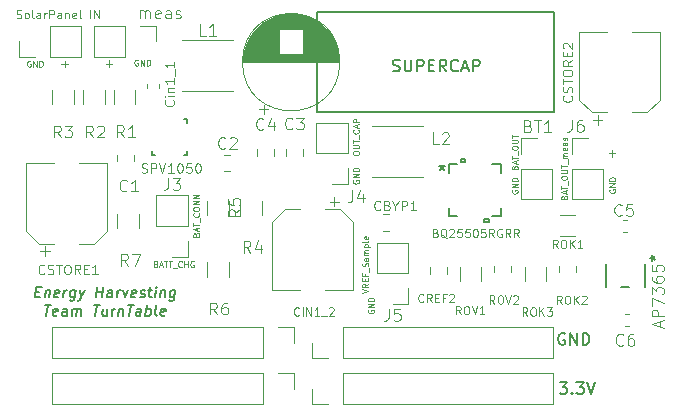
<source format=gto>
G04 #@! TF.GenerationSoftware,KiCad,Pcbnew,(5.0.1)-3*
G04 #@! TF.CreationDate,2020-04-17T14:54:25+02:00*
G04 #@! TF.ProjectId,schema_pcb,736368656D615F7063622E6B69636164,rev?*
G04 #@! TF.SameCoordinates,Original*
G04 #@! TF.FileFunction,Legend,Top*
G04 #@! TF.FilePolarity,Positive*
%FSLAX46Y46*%
G04 Gerber Fmt 4.6, Leading zero omitted, Abs format (unit mm)*
G04 Created by KiCad (PCBNEW (5.0.1)-3) date 17/04/2020 14:54:25*
%MOMM*%
%LPD*%
G01*
G04 APERTURE LIST*
%ADD10C,0.200000*%
%ADD11C,0.100000*%
%ADD12C,0.120000*%
%ADD13C,0.152400*%
%ADD14C,0.090000*%
%ADD15C,0.020000*%
%ADD16C,0.080000*%
%ADD17C,0.150000*%
%ADD18C,0.050000*%
G04 APERTURE END LIST*
D10*
X122086803Y-108304514D02*
X122386803Y-108304514D01*
X122456446Y-108775942D02*
X122027874Y-108775942D01*
X122140374Y-107875942D01*
X122568946Y-107875942D01*
X122917160Y-108175942D02*
X122842160Y-108775942D01*
X122906446Y-108261657D02*
X122954660Y-108218800D01*
X123045732Y-108175942D01*
X123174303Y-108175942D01*
X123254660Y-108218800D01*
X123286803Y-108304514D01*
X123227874Y-108775942D01*
X124004660Y-108733085D02*
X123913589Y-108775942D01*
X123742160Y-108775942D01*
X123661803Y-108733085D01*
X123629660Y-108647371D01*
X123672517Y-108304514D01*
X123726089Y-108218800D01*
X123817160Y-108175942D01*
X123988589Y-108175942D01*
X124068946Y-108218800D01*
X124101089Y-108304514D01*
X124090374Y-108390228D01*
X123651089Y-108475942D01*
X124427874Y-108775942D02*
X124502874Y-108175942D01*
X124481446Y-108347371D02*
X124535017Y-108261657D01*
X124583232Y-108218800D01*
X124674303Y-108175942D01*
X124760017Y-108175942D01*
X125445732Y-108175942D02*
X125354660Y-108904514D01*
X125301089Y-108990228D01*
X125252874Y-109033085D01*
X125161803Y-109075942D01*
X125033232Y-109075942D01*
X124952874Y-109033085D01*
X125376089Y-108733085D02*
X125285017Y-108775942D01*
X125113589Y-108775942D01*
X125033232Y-108733085D01*
X124995732Y-108690228D01*
X124963589Y-108604514D01*
X124995732Y-108347371D01*
X125049303Y-108261657D01*
X125097517Y-108218800D01*
X125188589Y-108175942D01*
X125360017Y-108175942D01*
X125440374Y-108218800D01*
X125788589Y-108175942D02*
X125927874Y-108775942D01*
X126217160Y-108175942D02*
X125927874Y-108775942D01*
X125815374Y-108990228D01*
X125767160Y-109033085D01*
X125676089Y-109075942D01*
X127170732Y-108775942D02*
X127283232Y-107875942D01*
X127229660Y-108304514D02*
X127743946Y-108304514D01*
X127685017Y-108775942D02*
X127797517Y-107875942D01*
X128499303Y-108775942D02*
X128558232Y-108304514D01*
X128526089Y-108218800D01*
X128445732Y-108175942D01*
X128274303Y-108175942D01*
X128183232Y-108218800D01*
X128504660Y-108733085D02*
X128413589Y-108775942D01*
X128199303Y-108775942D01*
X128118946Y-108733085D01*
X128086803Y-108647371D01*
X128097517Y-108561657D01*
X128151089Y-108475942D01*
X128242160Y-108433085D01*
X128456446Y-108433085D01*
X128547517Y-108390228D01*
X128927874Y-108775942D02*
X129002874Y-108175942D01*
X128981446Y-108347371D02*
X129035017Y-108261657D01*
X129083232Y-108218800D01*
X129174303Y-108175942D01*
X129260017Y-108175942D01*
X129474303Y-108175942D02*
X129613589Y-108775942D01*
X129902874Y-108175942D01*
X130518946Y-108733085D02*
X130427875Y-108775942D01*
X130256446Y-108775942D01*
X130176089Y-108733085D01*
X130143946Y-108647371D01*
X130186803Y-108304514D01*
X130240375Y-108218800D01*
X130331446Y-108175942D01*
X130502875Y-108175942D01*
X130583232Y-108218800D01*
X130615374Y-108304514D01*
X130604660Y-108390228D01*
X130165374Y-108475942D01*
X130904660Y-108733085D02*
X130985017Y-108775942D01*
X131156446Y-108775942D01*
X131247517Y-108733085D01*
X131301089Y-108647371D01*
X131306446Y-108604514D01*
X131274303Y-108518800D01*
X131193946Y-108475942D01*
X131065375Y-108475942D01*
X130985017Y-108433085D01*
X130952874Y-108347371D01*
X130958232Y-108304514D01*
X131011803Y-108218800D01*
X131102875Y-108175942D01*
X131231446Y-108175942D01*
X131311803Y-108218800D01*
X131617160Y-108175942D02*
X131960017Y-108175942D01*
X131783232Y-107875942D02*
X131686803Y-108647371D01*
X131718946Y-108733085D01*
X131799303Y-108775942D01*
X131885017Y-108775942D01*
X132185017Y-108775942D02*
X132260017Y-108175942D01*
X132297517Y-107875942D02*
X132249303Y-107918800D01*
X132286803Y-107961657D01*
X132335017Y-107918800D01*
X132297517Y-107875942D01*
X132286803Y-107961657D01*
X132688589Y-108175942D02*
X132613589Y-108775942D01*
X132677875Y-108261657D02*
X132726089Y-108218800D01*
X132817160Y-108175942D01*
X132945732Y-108175942D01*
X133026089Y-108218800D01*
X133058232Y-108304514D01*
X132999303Y-108775942D01*
X133888589Y-108175942D02*
X133797517Y-108904514D01*
X133743946Y-108990228D01*
X133695732Y-109033085D01*
X133604660Y-109075942D01*
X133476089Y-109075942D01*
X133395732Y-109033085D01*
X133818946Y-108733085D02*
X133727875Y-108775942D01*
X133556446Y-108775942D01*
X133476089Y-108733085D01*
X133438589Y-108690228D01*
X133406446Y-108604514D01*
X133438589Y-108347371D01*
X133492160Y-108261657D01*
X133540375Y-108218800D01*
X133631446Y-108175942D01*
X133802875Y-108175942D01*
X133883232Y-108218800D01*
X122826089Y-109425942D02*
X123340375Y-109425942D01*
X122970732Y-110325942D02*
X123083232Y-109425942D01*
X123876089Y-110283085D02*
X123785017Y-110325942D01*
X123613589Y-110325942D01*
X123533232Y-110283085D01*
X123501089Y-110197371D01*
X123543946Y-109854514D01*
X123597517Y-109768800D01*
X123688589Y-109725942D01*
X123860017Y-109725942D01*
X123940375Y-109768800D01*
X123972517Y-109854514D01*
X123961803Y-109940228D01*
X123522517Y-110025942D01*
X124685017Y-110325942D02*
X124743946Y-109854514D01*
X124711803Y-109768800D01*
X124631446Y-109725942D01*
X124460017Y-109725942D01*
X124368946Y-109768800D01*
X124690375Y-110283085D02*
X124599303Y-110325942D01*
X124385017Y-110325942D01*
X124304660Y-110283085D01*
X124272517Y-110197371D01*
X124283232Y-110111657D01*
X124336803Y-110025942D01*
X124427875Y-109983085D01*
X124642160Y-109983085D01*
X124733232Y-109940228D01*
X125113589Y-110325942D02*
X125188589Y-109725942D01*
X125177875Y-109811657D02*
X125226089Y-109768800D01*
X125317160Y-109725942D01*
X125445732Y-109725942D01*
X125526089Y-109768800D01*
X125558232Y-109854514D01*
X125499303Y-110325942D01*
X125558232Y-109854514D02*
X125611803Y-109768800D01*
X125702875Y-109725942D01*
X125831446Y-109725942D01*
X125911803Y-109768800D01*
X125943946Y-109854514D01*
X125885017Y-110325942D01*
X126983232Y-109425942D02*
X127497517Y-109425942D01*
X127127875Y-110325942D02*
X127240375Y-109425942D01*
X128145732Y-109725942D02*
X128070732Y-110325942D01*
X127760017Y-109725942D02*
X127701089Y-110197371D01*
X127733232Y-110283085D01*
X127813589Y-110325942D01*
X127942160Y-110325942D01*
X128033232Y-110283085D01*
X128081446Y-110240228D01*
X128499303Y-110325942D02*
X128574303Y-109725942D01*
X128552875Y-109897371D02*
X128606446Y-109811657D01*
X128654660Y-109768800D01*
X128745732Y-109725942D01*
X128831446Y-109725942D01*
X129131446Y-109725942D02*
X129056446Y-110325942D01*
X129120732Y-109811657D02*
X129168946Y-109768800D01*
X129260017Y-109725942D01*
X129388589Y-109725942D01*
X129468946Y-109768800D01*
X129501089Y-109854514D01*
X129442160Y-110325942D01*
X129854660Y-109425942D02*
X130368946Y-109425942D01*
X129999303Y-110325942D02*
X130111803Y-109425942D01*
X130942160Y-110325942D02*
X131001089Y-109854514D01*
X130968946Y-109768800D01*
X130888589Y-109725942D01*
X130717160Y-109725942D01*
X130626089Y-109768800D01*
X130947517Y-110283085D02*
X130856446Y-110325942D01*
X130642160Y-110325942D01*
X130561803Y-110283085D01*
X130529660Y-110197371D01*
X130540375Y-110111657D01*
X130593946Y-110025942D01*
X130685017Y-109983085D01*
X130899303Y-109983085D01*
X130990375Y-109940228D01*
X131370732Y-110325942D02*
X131483232Y-109425942D01*
X131440375Y-109768800D02*
X131531446Y-109725942D01*
X131702875Y-109725942D01*
X131783232Y-109768800D01*
X131820732Y-109811657D01*
X131852875Y-109897371D01*
X131820732Y-110154514D01*
X131767160Y-110240228D01*
X131718946Y-110283085D01*
X131627875Y-110325942D01*
X131456446Y-110325942D01*
X131376089Y-110283085D01*
X132313589Y-110325942D02*
X132233232Y-110283085D01*
X132201089Y-110197371D01*
X132297517Y-109425942D01*
X133004660Y-110283085D02*
X132913589Y-110325942D01*
X132742160Y-110325942D01*
X132661803Y-110283085D01*
X132629660Y-110197371D01*
X132672517Y-109854514D01*
X132726089Y-109768800D01*
X132817160Y-109725942D01*
X132988589Y-109725942D01*
X133068946Y-109768800D01*
X133101089Y-109854514D01*
X133090375Y-109940228D01*
X132651089Y-110025942D01*
D11*
X170624533Y-96582700D02*
X171157866Y-96582700D01*
X170891200Y-96849366D02*
X170891200Y-96316033D01*
X166816885Y-100306676D02*
X166840695Y-100235247D01*
X166864504Y-100211438D01*
X166912123Y-100187628D01*
X166983552Y-100187628D01*
X167031171Y-100211438D01*
X167054980Y-100235247D01*
X167078790Y-100282866D01*
X167078790Y-100473342D01*
X166578790Y-100473342D01*
X166578790Y-100306676D01*
X166602600Y-100259057D01*
X166626409Y-100235247D01*
X166674028Y-100211438D01*
X166721647Y-100211438D01*
X166769266Y-100235247D01*
X166793076Y-100259057D01*
X166816885Y-100306676D01*
X166816885Y-100473342D01*
X166935933Y-99997152D02*
X166935933Y-99759057D01*
X167078790Y-100044771D02*
X166578790Y-99878104D01*
X167078790Y-99711438D01*
X166578790Y-99616200D02*
X166578790Y-99330485D01*
X167078790Y-99473342D02*
X166578790Y-99473342D01*
X167126409Y-99282866D02*
X167126409Y-98901914D01*
X166578790Y-98687628D02*
X166578790Y-98592390D01*
X166602600Y-98544771D01*
X166650219Y-98497152D01*
X166745457Y-98473342D01*
X166912123Y-98473342D01*
X167007361Y-98497152D01*
X167054980Y-98544771D01*
X167078790Y-98592390D01*
X167078790Y-98687628D01*
X167054980Y-98735247D01*
X167007361Y-98782866D01*
X166912123Y-98806676D01*
X166745457Y-98806676D01*
X166650219Y-98782866D01*
X166602600Y-98735247D01*
X166578790Y-98687628D01*
X166578790Y-98259057D02*
X166983552Y-98259057D01*
X167031171Y-98235247D01*
X167054980Y-98211438D01*
X167078790Y-98163819D01*
X167078790Y-98068580D01*
X167054980Y-98020961D01*
X167031171Y-97997152D01*
X166983552Y-97973342D01*
X166578790Y-97973342D01*
X166578790Y-97806676D02*
X166578790Y-97520961D01*
X167078790Y-97663819D02*
X166578790Y-97663819D01*
X167126409Y-97473342D02*
X167126409Y-97092390D01*
X167078790Y-96973342D02*
X166745457Y-96973342D01*
X166793076Y-96973342D02*
X166769266Y-96949533D01*
X166745457Y-96901914D01*
X166745457Y-96830485D01*
X166769266Y-96782866D01*
X166816885Y-96759057D01*
X167078790Y-96759057D01*
X166816885Y-96759057D02*
X166769266Y-96735247D01*
X166745457Y-96687628D01*
X166745457Y-96616200D01*
X166769266Y-96568580D01*
X166816885Y-96544771D01*
X167078790Y-96544771D01*
X167054980Y-96116200D02*
X167078790Y-96163819D01*
X167078790Y-96259057D01*
X167054980Y-96306676D01*
X167007361Y-96330485D01*
X166816885Y-96330485D01*
X166769266Y-96306676D01*
X166745457Y-96259057D01*
X166745457Y-96163819D01*
X166769266Y-96116200D01*
X166816885Y-96092390D01*
X166864504Y-96092390D01*
X166912123Y-96330485D01*
X167078790Y-95663819D02*
X166816885Y-95663819D01*
X166769266Y-95687628D01*
X166745457Y-95735247D01*
X166745457Y-95830485D01*
X166769266Y-95878104D01*
X167054980Y-95663819D02*
X167078790Y-95711438D01*
X167078790Y-95830485D01*
X167054980Y-95878104D01*
X167007361Y-95901914D01*
X166959742Y-95901914D01*
X166912123Y-95878104D01*
X166888314Y-95830485D01*
X166888314Y-95711438D01*
X166864504Y-95663819D01*
X167054980Y-95449533D02*
X167078790Y-95401914D01*
X167078790Y-95306676D01*
X167054980Y-95259057D01*
X167007361Y-95235247D01*
X166983552Y-95235247D01*
X166935933Y-95259057D01*
X166912123Y-95306676D01*
X166912123Y-95378104D01*
X166888314Y-95425723D01*
X166840695Y-95449533D01*
X166816885Y-95449533D01*
X166769266Y-95425723D01*
X166745457Y-95378104D01*
X166745457Y-95306676D01*
X166769266Y-95259057D01*
X162613185Y-97768409D02*
X162636995Y-97696980D01*
X162660804Y-97673171D01*
X162708423Y-97649361D01*
X162779852Y-97649361D01*
X162827471Y-97673171D01*
X162851280Y-97696980D01*
X162875090Y-97744600D01*
X162875090Y-97935076D01*
X162375090Y-97935076D01*
X162375090Y-97768409D01*
X162398900Y-97720790D01*
X162422709Y-97696980D01*
X162470328Y-97673171D01*
X162517947Y-97673171D01*
X162565566Y-97696980D01*
X162589376Y-97720790D01*
X162613185Y-97768409D01*
X162613185Y-97935076D01*
X162732233Y-97458885D02*
X162732233Y-97220790D01*
X162875090Y-97506504D02*
X162375090Y-97339838D01*
X162875090Y-97173171D01*
X162375090Y-97077933D02*
X162375090Y-96792219D01*
X162875090Y-96935076D02*
X162375090Y-96935076D01*
X162922709Y-96744600D02*
X162922709Y-96363647D01*
X162375090Y-96149361D02*
X162375090Y-96054123D01*
X162398900Y-96006504D01*
X162446519Y-95958885D01*
X162541757Y-95935076D01*
X162708423Y-95935076D01*
X162803661Y-95958885D01*
X162851280Y-96006504D01*
X162875090Y-96054123D01*
X162875090Y-96149361D01*
X162851280Y-96196980D01*
X162803661Y-96244600D01*
X162708423Y-96268409D01*
X162541757Y-96268409D01*
X162446519Y-96244600D01*
X162398900Y-96196980D01*
X162375090Y-96149361D01*
X162375090Y-95720790D02*
X162779852Y-95720790D01*
X162827471Y-95696980D01*
X162851280Y-95673171D01*
X162875090Y-95625552D01*
X162875090Y-95530314D01*
X162851280Y-95482695D01*
X162827471Y-95458885D01*
X162779852Y-95435076D01*
X162375090Y-95435076D01*
X162375090Y-95268409D02*
X162375090Y-94982695D01*
X162875090Y-95125552D02*
X162375090Y-95125552D01*
X170666600Y-99644152D02*
X170642790Y-99691771D01*
X170642790Y-99763200D01*
X170666600Y-99834628D01*
X170714219Y-99882247D01*
X170761838Y-99906057D01*
X170857076Y-99929866D01*
X170928504Y-99929866D01*
X171023742Y-99906057D01*
X171071361Y-99882247D01*
X171118980Y-99834628D01*
X171142790Y-99763200D01*
X171142790Y-99715580D01*
X171118980Y-99644152D01*
X171095171Y-99620342D01*
X170928504Y-99620342D01*
X170928504Y-99715580D01*
X171142790Y-99406057D02*
X170642790Y-99406057D01*
X171142790Y-99120342D01*
X170642790Y-99120342D01*
X171142790Y-98882247D02*
X170642790Y-98882247D01*
X170642790Y-98763200D01*
X170666600Y-98691771D01*
X170714219Y-98644152D01*
X170761838Y-98620342D01*
X170857076Y-98596533D01*
X170928504Y-98596533D01*
X171023742Y-98620342D01*
X171071361Y-98644152D01*
X171118980Y-98691771D01*
X171142790Y-98763200D01*
X171142790Y-98882247D01*
X162398900Y-99694952D02*
X162375090Y-99742571D01*
X162375090Y-99814000D01*
X162398900Y-99885428D01*
X162446519Y-99933047D01*
X162494138Y-99956857D01*
X162589376Y-99980666D01*
X162660804Y-99980666D01*
X162756042Y-99956857D01*
X162803661Y-99933047D01*
X162851280Y-99885428D01*
X162875090Y-99814000D01*
X162875090Y-99766380D01*
X162851280Y-99694952D01*
X162827471Y-99671142D01*
X162660804Y-99671142D01*
X162660804Y-99766380D01*
X162875090Y-99456857D02*
X162375090Y-99456857D01*
X162875090Y-99171142D01*
X162375090Y-99171142D01*
X162875090Y-98933047D02*
X162375090Y-98933047D01*
X162375090Y-98814000D01*
X162398900Y-98742571D01*
X162446519Y-98694952D01*
X162494138Y-98671142D01*
X162589376Y-98647333D01*
X162660804Y-98647333D01*
X162756042Y-98671142D01*
X162803661Y-98694952D01*
X162851280Y-98742571D01*
X162875090Y-98814000D01*
X162875090Y-98933047D01*
X149725890Y-108385466D02*
X150225890Y-108218800D01*
X149725890Y-108052133D01*
X150225890Y-107599752D02*
X149987795Y-107766419D01*
X150225890Y-107885466D02*
X149725890Y-107885466D01*
X149725890Y-107694990D01*
X149749700Y-107647371D01*
X149773509Y-107623561D01*
X149821128Y-107599752D01*
X149892557Y-107599752D01*
X149940176Y-107623561D01*
X149963985Y-107647371D01*
X149987795Y-107694990D01*
X149987795Y-107885466D01*
X149963985Y-107385466D02*
X149963985Y-107218800D01*
X150225890Y-107147371D02*
X150225890Y-107385466D01*
X149725890Y-107385466D01*
X149725890Y-107147371D01*
X149963985Y-106766419D02*
X149963985Y-106933085D01*
X150225890Y-106933085D02*
X149725890Y-106933085D01*
X149725890Y-106694990D01*
X150273509Y-106623561D02*
X150273509Y-106242609D01*
X150202080Y-106147371D02*
X150225890Y-106075942D01*
X150225890Y-105956895D01*
X150202080Y-105909276D01*
X150178271Y-105885466D01*
X150130652Y-105861657D01*
X150083033Y-105861657D01*
X150035414Y-105885466D01*
X150011604Y-105909276D01*
X149987795Y-105956895D01*
X149963985Y-106052133D01*
X149940176Y-106099752D01*
X149916366Y-106123561D01*
X149868747Y-106147371D01*
X149821128Y-106147371D01*
X149773509Y-106123561D01*
X149749700Y-106099752D01*
X149725890Y-106052133D01*
X149725890Y-105933085D01*
X149749700Y-105861657D01*
X150225890Y-105433085D02*
X149963985Y-105433085D01*
X149916366Y-105456895D01*
X149892557Y-105504514D01*
X149892557Y-105599752D01*
X149916366Y-105647371D01*
X150202080Y-105433085D02*
X150225890Y-105480704D01*
X150225890Y-105599752D01*
X150202080Y-105647371D01*
X150154461Y-105671180D01*
X150106842Y-105671180D01*
X150059223Y-105647371D01*
X150035414Y-105599752D01*
X150035414Y-105480704D01*
X150011604Y-105433085D01*
X150225890Y-105194990D02*
X149892557Y-105194990D01*
X149940176Y-105194990D02*
X149916366Y-105171180D01*
X149892557Y-105123561D01*
X149892557Y-105052133D01*
X149916366Y-105004514D01*
X149963985Y-104980704D01*
X150225890Y-104980704D01*
X149963985Y-104980704D02*
X149916366Y-104956895D01*
X149892557Y-104909276D01*
X149892557Y-104837847D01*
X149916366Y-104790228D01*
X149963985Y-104766419D01*
X150225890Y-104766419D01*
X149892557Y-104528323D02*
X150392557Y-104528323D01*
X149916366Y-104528323D02*
X149892557Y-104480704D01*
X149892557Y-104385466D01*
X149916366Y-104337847D01*
X149940176Y-104314038D01*
X149987795Y-104290228D01*
X150130652Y-104290228D01*
X150178271Y-104314038D01*
X150202080Y-104337847D01*
X150225890Y-104385466D01*
X150225890Y-104480704D01*
X150202080Y-104528323D01*
X150225890Y-104004514D02*
X150202080Y-104052133D01*
X150154461Y-104075942D01*
X149725890Y-104075942D01*
X150202080Y-103623561D02*
X150225890Y-103671180D01*
X150225890Y-103766419D01*
X150202080Y-103814038D01*
X150154461Y-103837847D01*
X149963985Y-103837847D01*
X149916366Y-103814038D01*
X149892557Y-103766419D01*
X149892557Y-103671180D01*
X149916366Y-103623561D01*
X149963985Y-103599752D01*
X150011604Y-103599752D01*
X150059223Y-103837847D01*
X150232300Y-109842252D02*
X150208490Y-109889871D01*
X150208490Y-109961300D01*
X150232300Y-110032728D01*
X150279919Y-110080347D01*
X150327538Y-110104157D01*
X150422776Y-110127966D01*
X150494204Y-110127966D01*
X150589442Y-110104157D01*
X150637061Y-110080347D01*
X150684680Y-110032728D01*
X150708490Y-109961300D01*
X150708490Y-109913680D01*
X150684680Y-109842252D01*
X150660871Y-109818442D01*
X150494204Y-109818442D01*
X150494204Y-109913680D01*
X150708490Y-109604157D02*
X150208490Y-109604157D01*
X150708490Y-109318442D01*
X150208490Y-109318442D01*
X150708490Y-109080347D02*
X150208490Y-109080347D01*
X150208490Y-108961300D01*
X150232300Y-108889871D01*
X150279919Y-108842252D01*
X150327538Y-108818442D01*
X150422776Y-108794633D01*
X150494204Y-108794633D01*
X150589442Y-108818442D01*
X150637061Y-108842252D01*
X150684680Y-108889871D01*
X150708490Y-108961300D01*
X150708490Y-109080347D01*
X148962300Y-98856752D02*
X148938490Y-98904371D01*
X148938490Y-98975800D01*
X148962300Y-99047228D01*
X149009919Y-99094847D01*
X149057538Y-99118657D01*
X149152776Y-99142466D01*
X149224204Y-99142466D01*
X149319442Y-99118657D01*
X149367061Y-99094847D01*
X149414680Y-99047228D01*
X149438490Y-98975800D01*
X149438490Y-98928180D01*
X149414680Y-98856752D01*
X149390871Y-98832942D01*
X149224204Y-98832942D01*
X149224204Y-98928180D01*
X149438490Y-98618657D02*
X148938490Y-98618657D01*
X149438490Y-98332942D01*
X148938490Y-98332942D01*
X149438490Y-98094847D02*
X148938490Y-98094847D01*
X148938490Y-97975800D01*
X148962300Y-97904371D01*
X149009919Y-97856752D01*
X149057538Y-97832942D01*
X149152776Y-97809133D01*
X149224204Y-97809133D01*
X149319442Y-97832942D01*
X149367061Y-97856752D01*
X149414680Y-97904371D01*
X149438490Y-97975800D01*
X149438490Y-98094847D01*
X148938490Y-96591261D02*
X148938490Y-96496023D01*
X148962300Y-96448404D01*
X149009919Y-96400785D01*
X149105157Y-96376976D01*
X149271823Y-96376976D01*
X149367061Y-96400785D01*
X149414680Y-96448404D01*
X149438490Y-96496023D01*
X149438490Y-96591261D01*
X149414680Y-96638880D01*
X149367061Y-96686500D01*
X149271823Y-96710309D01*
X149105157Y-96710309D01*
X149009919Y-96686500D01*
X148962300Y-96638880D01*
X148938490Y-96591261D01*
X148938490Y-96162690D02*
X149343252Y-96162690D01*
X149390871Y-96138880D01*
X149414680Y-96115071D01*
X149438490Y-96067452D01*
X149438490Y-95972214D01*
X149414680Y-95924595D01*
X149390871Y-95900785D01*
X149343252Y-95876976D01*
X148938490Y-95876976D01*
X148938490Y-95710309D02*
X148938490Y-95424595D01*
X149438490Y-95567452D02*
X148938490Y-95567452D01*
X149486109Y-95376976D02*
X149486109Y-94996023D01*
X149390871Y-94591261D02*
X149414680Y-94615071D01*
X149438490Y-94686500D01*
X149438490Y-94734119D01*
X149414680Y-94805547D01*
X149367061Y-94853166D01*
X149319442Y-94876976D01*
X149224204Y-94900785D01*
X149152776Y-94900785D01*
X149057538Y-94876976D01*
X149009919Y-94853166D01*
X148962300Y-94805547D01*
X148938490Y-94734119D01*
X148938490Y-94686500D01*
X148962300Y-94615071D01*
X148986109Y-94591261D01*
X149295633Y-94400785D02*
X149295633Y-94162690D01*
X149438490Y-94448404D02*
X148938490Y-94281738D01*
X149438490Y-94115071D01*
X149438490Y-93948404D02*
X148938490Y-93948404D01*
X148938490Y-93757928D01*
X148962300Y-93710309D01*
X148986109Y-93686500D01*
X149033728Y-93662690D01*
X149105157Y-93662690D01*
X149152776Y-93686500D01*
X149176585Y-93710309D01*
X149200395Y-93757928D01*
X149200395Y-93948404D01*
X132257195Y-105945785D02*
X132328623Y-105969595D01*
X132352433Y-105993404D01*
X132376242Y-106041023D01*
X132376242Y-106112452D01*
X132352433Y-106160071D01*
X132328623Y-106183880D01*
X132281004Y-106207690D01*
X132090528Y-106207690D01*
X132090528Y-105707690D01*
X132257195Y-105707690D01*
X132304814Y-105731500D01*
X132328623Y-105755309D01*
X132352433Y-105802928D01*
X132352433Y-105850547D01*
X132328623Y-105898166D01*
X132304814Y-105921976D01*
X132257195Y-105945785D01*
X132090528Y-105945785D01*
X132566719Y-106064833D02*
X132804814Y-106064833D01*
X132519100Y-106207690D02*
X132685766Y-105707690D01*
X132852433Y-106207690D01*
X132947671Y-105707690D02*
X133233385Y-105707690D01*
X133090528Y-106207690D02*
X133090528Y-105707690D01*
X133328623Y-105707690D02*
X133614338Y-105707690D01*
X133471480Y-106207690D02*
X133471480Y-105707690D01*
X133661957Y-106255309D02*
X134042909Y-106255309D01*
X134447671Y-106160071D02*
X134423861Y-106183880D01*
X134352433Y-106207690D01*
X134304814Y-106207690D01*
X134233385Y-106183880D01*
X134185766Y-106136261D01*
X134161957Y-106088642D01*
X134138147Y-105993404D01*
X134138147Y-105921976D01*
X134161957Y-105826738D01*
X134185766Y-105779119D01*
X134233385Y-105731500D01*
X134304814Y-105707690D01*
X134352433Y-105707690D01*
X134423861Y-105731500D01*
X134447671Y-105755309D01*
X134661957Y-106207690D02*
X134661957Y-105707690D01*
X134661957Y-105945785D02*
X134947671Y-105945785D01*
X134947671Y-106207690D02*
X134947671Y-105707690D01*
X135447671Y-105731500D02*
X135400052Y-105707690D01*
X135328623Y-105707690D01*
X135257195Y-105731500D01*
X135209576Y-105779119D01*
X135185766Y-105826738D01*
X135161957Y-105921976D01*
X135161957Y-105993404D01*
X135185766Y-106088642D01*
X135209576Y-106136261D01*
X135257195Y-106183880D01*
X135328623Y-106207690D01*
X135376242Y-106207690D01*
X135447671Y-106183880D01*
X135471480Y-106160071D01*
X135471480Y-105993404D01*
X135376242Y-105993404D01*
X135651085Y-103449238D02*
X135674895Y-103377809D01*
X135698704Y-103354000D01*
X135746323Y-103330190D01*
X135817752Y-103330190D01*
X135865371Y-103354000D01*
X135889180Y-103377809D01*
X135912990Y-103425428D01*
X135912990Y-103615904D01*
X135412990Y-103615904D01*
X135412990Y-103449238D01*
X135436800Y-103401619D01*
X135460609Y-103377809D01*
X135508228Y-103354000D01*
X135555847Y-103354000D01*
X135603466Y-103377809D01*
X135627276Y-103401619D01*
X135651085Y-103449238D01*
X135651085Y-103615904D01*
X135770133Y-103139714D02*
X135770133Y-102901619D01*
X135912990Y-103187333D02*
X135412990Y-103020666D01*
X135912990Y-102854000D01*
X135412990Y-102758761D02*
X135412990Y-102473047D01*
X135912990Y-102615904D02*
X135412990Y-102615904D01*
X135960609Y-102425428D02*
X135960609Y-102044476D01*
X135865371Y-101639714D02*
X135889180Y-101663523D01*
X135912990Y-101734952D01*
X135912990Y-101782571D01*
X135889180Y-101854000D01*
X135841561Y-101901619D01*
X135793942Y-101925428D01*
X135698704Y-101949238D01*
X135627276Y-101949238D01*
X135532038Y-101925428D01*
X135484419Y-101901619D01*
X135436800Y-101854000D01*
X135412990Y-101782571D01*
X135412990Y-101734952D01*
X135436800Y-101663523D01*
X135460609Y-101639714D01*
X135412990Y-101330190D02*
X135412990Y-101234952D01*
X135436800Y-101187333D01*
X135484419Y-101139714D01*
X135579657Y-101115904D01*
X135746323Y-101115904D01*
X135841561Y-101139714D01*
X135889180Y-101187333D01*
X135912990Y-101234952D01*
X135912990Y-101330190D01*
X135889180Y-101377809D01*
X135841561Y-101425428D01*
X135746323Y-101449238D01*
X135579657Y-101449238D01*
X135484419Y-101425428D01*
X135436800Y-101377809D01*
X135412990Y-101330190D01*
X135912990Y-100901619D02*
X135412990Y-100901619D01*
X135912990Y-100615904D01*
X135412990Y-100615904D01*
X135912990Y-100377809D02*
X135412990Y-100377809D01*
X135912990Y-100092095D01*
X135412990Y-100092095D01*
X130721147Y-88662700D02*
X130673528Y-88638890D01*
X130602100Y-88638890D01*
X130530671Y-88662700D01*
X130483052Y-88710319D01*
X130459242Y-88757938D01*
X130435433Y-88853176D01*
X130435433Y-88924604D01*
X130459242Y-89019842D01*
X130483052Y-89067461D01*
X130530671Y-89115080D01*
X130602100Y-89138890D01*
X130649719Y-89138890D01*
X130721147Y-89115080D01*
X130744957Y-89091271D01*
X130744957Y-88924604D01*
X130649719Y-88924604D01*
X130959242Y-89138890D02*
X130959242Y-88638890D01*
X131244957Y-89138890D01*
X131244957Y-88638890D01*
X131483052Y-89138890D02*
X131483052Y-88638890D01*
X131602100Y-88638890D01*
X131673528Y-88662700D01*
X131721147Y-88710319D01*
X131744957Y-88757938D01*
X131768766Y-88853176D01*
X131768766Y-88924604D01*
X131744957Y-89019842D01*
X131721147Y-89067461D01*
X131673528Y-89115080D01*
X131602100Y-89138890D01*
X131483052Y-89138890D01*
X121627947Y-88764300D02*
X121580328Y-88740490D01*
X121508900Y-88740490D01*
X121437471Y-88764300D01*
X121389852Y-88811919D01*
X121366042Y-88859538D01*
X121342233Y-88954776D01*
X121342233Y-89026204D01*
X121366042Y-89121442D01*
X121389852Y-89169061D01*
X121437471Y-89216680D01*
X121508900Y-89240490D01*
X121556519Y-89240490D01*
X121627947Y-89216680D01*
X121651757Y-89192871D01*
X121651757Y-89026204D01*
X121556519Y-89026204D01*
X121866042Y-89240490D02*
X121866042Y-88740490D01*
X122151757Y-89240490D01*
X122151757Y-88740490D01*
X122389852Y-89240490D02*
X122389852Y-88740490D01*
X122508900Y-88740490D01*
X122580328Y-88764300D01*
X122627947Y-88811919D01*
X122651757Y-88859538D01*
X122675566Y-88954776D01*
X122675566Y-89026204D01*
X122651757Y-89121442D01*
X122627947Y-89169061D01*
X122580328Y-89216680D01*
X122508900Y-89240490D01*
X122389852Y-89240490D01*
X124256833Y-88988100D02*
X124790166Y-88988100D01*
X124523500Y-89254766D02*
X124523500Y-88721433D01*
X128003333Y-88975400D02*
X128536666Y-88975400D01*
X128270000Y-89242066D02*
X128270000Y-88708733D01*
D10*
X166000000Y-93100000D02*
X145900000Y-93100000D01*
X166000000Y-84600000D02*
X166000000Y-93100000D01*
X145900000Y-84600000D02*
X166000000Y-84600000D01*
X145900000Y-93100000D02*
X145900000Y-84600000D01*
D12*
G04 #@! TO.C,BT1*
X163170000Y-95270000D02*
X164500000Y-95270000D01*
X163170000Y-96600000D02*
X163170000Y-95270000D01*
X163170000Y-97870000D02*
X165830000Y-97870000D01*
X165830000Y-97870000D02*
X165830000Y-100470000D01*
X163170000Y-97870000D02*
X163170000Y-100470000D01*
X163170000Y-100470000D02*
X165830000Y-100470000D01*
G04 #@! TO.C,J4*
X148480000Y-93980000D02*
X145820000Y-93980000D01*
X148480000Y-96580000D02*
X148480000Y-93980000D01*
X145820000Y-96580000D02*
X145820000Y-93980000D01*
X148480000Y-96580000D02*
X145820000Y-96580000D01*
X148480000Y-97850000D02*
X148480000Y-99180000D01*
X148480000Y-99180000D02*
X147150000Y-99180000D01*
G04 #@! TO.C,C1*
X130410000Y-97261252D02*
X130410000Y-96738748D01*
X128990000Y-97261252D02*
X128990000Y-96738748D01*
G04 #@! TO.C,C2*
X138038748Y-96690000D02*
X138561252Y-96690000D01*
X138038748Y-98110000D02*
X138561252Y-98110000D01*
G04 #@! TO.C,C3*
X144710000Y-96238748D02*
X144710000Y-96761252D01*
X143290000Y-96238748D02*
X143290000Y-96761252D01*
G04 #@! TO.C,C4*
X140790000Y-96238748D02*
X140790000Y-96761252D01*
X142210000Y-96238748D02*
X142210000Y-96761252D01*
G04 #@! TO.C,C5*
X172171267Y-103210000D02*
X171828733Y-103210000D01*
X172171267Y-102190000D02*
X171828733Y-102190000D01*
G04 #@! TO.C,C6*
X172271267Y-110190000D02*
X171928733Y-110190000D01*
X172271267Y-111210000D02*
X171928733Y-111210000D01*
G04 #@! TO.C,CBYP1*
X152011252Y-103160000D02*
X151488748Y-103160000D01*
X152011252Y-101740000D02*
X151488748Y-101740000D01*
G04 #@! TO.C,Cin1_1*
X131490000Y-91071267D02*
X131490000Y-90728733D01*
X132510000Y-91071267D02*
X132510000Y-90728733D01*
G04 #@! TO.C,CIN1_2*
X147741250Y-100656250D02*
X146953750Y-100656250D01*
X147347500Y-100262500D02*
X147347500Y-101050000D01*
X143154437Y-101290000D02*
X142090000Y-102354437D01*
X147845563Y-101290000D02*
X148910000Y-102354437D01*
X147845563Y-101290000D02*
X146560000Y-101290000D01*
X143154437Y-101290000D02*
X144440000Y-101290000D01*
X142090000Y-102354437D02*
X142090000Y-108110000D01*
X148910000Y-102354437D02*
X148910000Y-108110000D01*
X148910000Y-108110000D02*
X146560000Y-108110000D01*
X142090000Y-108110000D02*
X144440000Y-108110000D01*
G04 #@! TO.C,CREF2*
X155490000Y-106238748D02*
X155490000Y-106761252D01*
X156910000Y-106238748D02*
X156910000Y-106761252D01*
G04 #@! TO.C,CSTORE2*
X174910000Y-86290000D02*
X172560000Y-86290000D01*
X168090000Y-86290000D02*
X170440000Y-86290000D01*
X168090000Y-92045563D02*
X168090000Y-86290000D01*
X174910000Y-92045563D02*
X174910000Y-86290000D01*
X173845563Y-93110000D02*
X172560000Y-93110000D01*
X169154437Y-93110000D02*
X170440000Y-93110000D01*
X169154437Y-93110000D02*
X168090000Y-92045563D01*
X173845563Y-93110000D02*
X174910000Y-92045563D01*
X169652500Y-94137500D02*
X169652500Y-93350000D01*
X169258750Y-93743750D02*
X170046250Y-93743750D01*
G04 #@! TO.C,CSTORE1*
X128110000Y-97390000D02*
X125760000Y-97390000D01*
X121290000Y-97390000D02*
X123640000Y-97390000D01*
X121290000Y-103145563D02*
X121290000Y-97390000D01*
X128110000Y-103145563D02*
X128110000Y-97390000D01*
X127045563Y-104210000D02*
X125760000Y-104210000D01*
X122354437Y-104210000D02*
X123640000Y-104210000D01*
X122354437Y-104210000D02*
X121290000Y-103145563D01*
X127045563Y-104210000D02*
X128110000Y-103145563D01*
X122852500Y-105237500D02*
X122852500Y-104450000D01*
X122458750Y-104843750D02*
X123246250Y-104843750D01*
G04 #@! TO.C,SolarPanel IN*
X120670000Y-88430000D02*
X120670000Y-87100000D01*
X122000000Y-88430000D02*
X120670000Y-88430000D01*
X123270000Y-88430000D02*
X123270000Y-85770000D01*
X123270000Y-85770000D02*
X125870000Y-85770000D01*
X123270000Y-88430000D02*
X125870000Y-88430000D01*
X125870000Y-88430000D02*
X125870000Y-85770000D01*
G04 #@! TO.C,meas*
X132230000Y-85770000D02*
X132230000Y-87100000D01*
X130900000Y-85770000D02*
X132230000Y-85770000D01*
X129630000Y-85770000D02*
X129630000Y-88430000D01*
X129630000Y-88430000D02*
X127030000Y-88430000D01*
X129630000Y-85770000D02*
X127030000Y-85770000D01*
X127030000Y-85770000D02*
X127030000Y-88430000D01*
G04 #@! TO.C,J3*
X134930000Y-100130000D02*
X132270000Y-100130000D01*
X134930000Y-102730000D02*
X134930000Y-100130000D01*
X132270000Y-102730000D02*
X132270000Y-100130000D01*
X134930000Y-102730000D02*
X132270000Y-102730000D01*
X134930000Y-104000000D02*
X134930000Y-105330000D01*
X134930000Y-105330000D02*
X133600000Y-105330000D01*
G04 #@! TO.C,J5*
X153630000Y-104130000D02*
X150970000Y-104130000D01*
X153630000Y-106730000D02*
X153630000Y-104130000D01*
X150970000Y-106730000D02*
X150970000Y-104130000D01*
X153630000Y-106730000D02*
X150970000Y-106730000D01*
X153630000Y-108000000D02*
X153630000Y-109330000D01*
X153630000Y-109330000D02*
X152300000Y-109330000D01*
G04 #@! TO.C,J6*
X167470000Y-100470000D02*
X170130000Y-100470000D01*
X167470000Y-97870000D02*
X167470000Y-100470000D01*
X170130000Y-97870000D02*
X170130000Y-100470000D01*
X167470000Y-97870000D02*
X170130000Y-97870000D01*
X167470000Y-96600000D02*
X167470000Y-95270000D01*
X167470000Y-95270000D02*
X168800000Y-95270000D01*
G04 #@! TO.C,3.3V*
X143930000Y-115170000D02*
X143930000Y-116500000D01*
X142600000Y-115170000D02*
X143930000Y-115170000D01*
X141330000Y-115170000D02*
X141330000Y-117830000D01*
X141330000Y-117830000D02*
X123490000Y-117830000D01*
X141330000Y-115170000D02*
X123490000Y-115170000D01*
X123490000Y-115170000D02*
X123490000Y-117830000D01*
G04 #@! TO.C,*
X165910000Y-117830000D02*
X165910000Y-115170000D01*
X148070000Y-117830000D02*
X165910000Y-117830000D01*
X148070000Y-115170000D02*
X165910000Y-115170000D01*
X148070000Y-117830000D02*
X148070000Y-115170000D01*
X146800000Y-117830000D02*
X145470000Y-117830000D01*
X145470000Y-117830000D02*
X145470000Y-116500000D01*
G04 #@! TO.C,GND*
X145470000Y-113930000D02*
X145470000Y-112600000D01*
X146800000Y-113930000D02*
X145470000Y-113930000D01*
X148070000Y-113930000D02*
X148070000Y-111270000D01*
X148070000Y-111270000D02*
X165910000Y-111270000D01*
X148070000Y-113930000D02*
X165910000Y-113930000D01*
X165910000Y-113930000D02*
X165910000Y-111270000D01*
G04 #@! TO.C,*
X123490000Y-111270000D02*
X123490000Y-113930000D01*
X141330000Y-111270000D02*
X123490000Y-111270000D01*
X141330000Y-113930000D02*
X123490000Y-113930000D01*
X141330000Y-111270000D02*
X141330000Y-113930000D01*
X142600000Y-111270000D02*
X143930000Y-111270000D01*
X143930000Y-111270000D02*
X143930000Y-112600000D01*
G04 #@! TO.C,L1*
X134496000Y-86996000D02*
X138804000Y-86996000D01*
X138804000Y-91304000D02*
X134496000Y-91304000D01*
G04 #@! TO.C,L2*
X150546000Y-94251700D02*
X154854000Y-94251700D01*
X154854000Y-98559700D02*
X150546000Y-98559700D01*
G04 #@! TO.C,R1*
X128690000Y-91197936D02*
X128690000Y-92402064D01*
X130510000Y-91197936D02*
X130510000Y-92402064D01*
G04 #@! TO.C,R2*
X126090000Y-92402064D02*
X126090000Y-91197936D01*
X127910000Y-92402064D02*
X127910000Y-91197936D01*
G04 #@! TO.C,R3*
X123490000Y-92402064D02*
X123490000Y-91197936D01*
X125310000Y-92402064D02*
X125310000Y-91197936D01*
G04 #@! TO.C,R4*
X139390000Y-100597936D02*
X139390000Y-101802064D01*
X141210000Y-100597936D02*
X141210000Y-101802064D01*
G04 #@! TO.C,R5*
X136590000Y-101802064D02*
X136590000Y-100597936D01*
X138410000Y-101802064D02*
X138410000Y-100597936D01*
G04 #@! TO.C,R6*
X138410000Y-107002064D02*
X138410000Y-105797936D01*
X136590000Y-107002064D02*
X136590000Y-105797936D01*
G04 #@! TO.C,R7*
X128990000Y-102902064D02*
X128990000Y-101697936D01*
X130810000Y-102902064D02*
X130810000Y-101697936D01*
G04 #@! TO.C,ROK1*
X166497936Y-103610000D02*
X167702064Y-103610000D01*
X166497936Y-101790000D02*
X167702064Y-101790000D01*
G04 #@! TO.C,ROK2*
X166390000Y-106661252D02*
X166390000Y-106138748D01*
X167810000Y-106661252D02*
X167810000Y-106138748D01*
G04 #@! TO.C,ROK3*
X163490000Y-107402064D02*
X163490000Y-106197936D01*
X165310000Y-107402064D02*
X165310000Y-106197936D01*
G04 #@! TO.C,ROV1*
X157990000Y-106197936D02*
X157990000Y-107402064D01*
X159810000Y-106197936D02*
X159810000Y-107402064D01*
G04 #@! TO.C,ROV2*
X162310000Y-106661252D02*
X162310000Y-106138748D01*
X160890000Y-106661252D02*
X160890000Y-106138748D01*
G04 #@! TO.C,SUPERCAP*
X140985000Y-92859698D02*
X141785000Y-92859698D01*
X141385000Y-93259698D02*
X141385000Y-92459698D01*
X143167000Y-84769000D02*
X144233000Y-84769000D01*
X142932000Y-84809000D02*
X144468000Y-84809000D01*
X142752000Y-84849000D02*
X144648000Y-84849000D01*
X142602000Y-84889000D02*
X144798000Y-84889000D01*
X142471000Y-84929000D02*
X144929000Y-84929000D01*
X142354000Y-84969000D02*
X145046000Y-84969000D01*
X142247000Y-85009000D02*
X145153000Y-85009000D01*
X142148000Y-85049000D02*
X145252000Y-85049000D01*
X142055000Y-85089000D02*
X145345000Y-85089000D01*
X141969000Y-85129000D02*
X145431000Y-85129000D01*
X141887000Y-85169000D02*
X145513000Y-85169000D01*
X141810000Y-85209000D02*
X145590000Y-85209000D01*
X141736000Y-85249000D02*
X145664000Y-85249000D01*
X141666000Y-85289000D02*
X145734000Y-85289000D01*
X141598000Y-85329000D02*
X145802000Y-85329000D01*
X141534000Y-85369000D02*
X145866000Y-85369000D01*
X141472000Y-85409000D02*
X145928000Y-85409000D01*
X141413000Y-85449000D02*
X145987000Y-85449000D01*
X141355000Y-85489000D02*
X146045000Y-85489000D01*
X141300000Y-85529000D02*
X146100000Y-85529000D01*
X141246000Y-85569000D02*
X146154000Y-85569000D01*
X141195000Y-85609000D02*
X146205000Y-85609000D01*
X141144000Y-85649000D02*
X146256000Y-85649000D01*
X141096000Y-85689000D02*
X146304000Y-85689000D01*
X141049000Y-85729000D02*
X146351000Y-85729000D01*
X141003000Y-85769000D02*
X146397000Y-85769000D01*
X140959000Y-85809000D02*
X146441000Y-85809000D01*
X140916000Y-85849000D02*
X146484000Y-85849000D01*
X140874000Y-85889000D02*
X146526000Y-85889000D01*
X140833000Y-85929000D02*
X146567000Y-85929000D01*
X140793000Y-85969000D02*
X146607000Y-85969000D01*
X140755000Y-86009000D02*
X146645000Y-86009000D01*
X140717000Y-86049000D02*
X146683000Y-86049000D01*
X144740000Y-86089000D02*
X146719000Y-86089000D01*
X140681000Y-86089000D02*
X142660000Y-86089000D01*
X144740000Y-86129000D02*
X146755000Y-86129000D01*
X140645000Y-86129000D02*
X142660000Y-86129000D01*
X144740000Y-86169000D02*
X146790000Y-86169000D01*
X140610000Y-86169000D02*
X142660000Y-86169000D01*
X144740000Y-86209000D02*
X146824000Y-86209000D01*
X140576000Y-86209000D02*
X142660000Y-86209000D01*
X144740000Y-86249000D02*
X146856000Y-86249000D01*
X140544000Y-86249000D02*
X142660000Y-86249000D01*
X144740000Y-86289000D02*
X146889000Y-86289000D01*
X140511000Y-86289000D02*
X142660000Y-86289000D01*
X144740000Y-86329000D02*
X146920000Y-86329000D01*
X140480000Y-86329000D02*
X142660000Y-86329000D01*
X144740000Y-86369000D02*
X146950000Y-86369000D01*
X140450000Y-86369000D02*
X142660000Y-86369000D01*
X144740000Y-86409000D02*
X146980000Y-86409000D01*
X140420000Y-86409000D02*
X142660000Y-86409000D01*
X144740000Y-86449000D02*
X147009000Y-86449000D01*
X140391000Y-86449000D02*
X142660000Y-86449000D01*
X144740000Y-86489000D02*
X147038000Y-86489000D01*
X140362000Y-86489000D02*
X142660000Y-86489000D01*
X144740000Y-86529000D02*
X147065000Y-86529000D01*
X140335000Y-86529000D02*
X142660000Y-86529000D01*
X144740000Y-86569000D02*
X147092000Y-86569000D01*
X140308000Y-86569000D02*
X142660000Y-86569000D01*
X144740000Y-86609000D02*
X147118000Y-86609000D01*
X140282000Y-86609000D02*
X142660000Y-86609000D01*
X144740000Y-86649000D02*
X147144000Y-86649000D01*
X140256000Y-86649000D02*
X142660000Y-86649000D01*
X144740000Y-86689000D02*
X147169000Y-86689000D01*
X140231000Y-86689000D02*
X142660000Y-86689000D01*
X144740000Y-86729000D02*
X147193000Y-86729000D01*
X140207000Y-86729000D02*
X142660000Y-86729000D01*
X144740000Y-86769000D02*
X147217000Y-86769000D01*
X140183000Y-86769000D02*
X142660000Y-86769000D01*
X144740000Y-86809000D02*
X147240000Y-86809000D01*
X140160000Y-86809000D02*
X142660000Y-86809000D01*
X144740000Y-86849000D02*
X147262000Y-86849000D01*
X140138000Y-86849000D02*
X142660000Y-86849000D01*
X144740000Y-86889000D02*
X147284000Y-86889000D01*
X140116000Y-86889000D02*
X142660000Y-86889000D01*
X144740000Y-86929000D02*
X147306000Y-86929000D01*
X140094000Y-86929000D02*
X142660000Y-86929000D01*
X144740000Y-86969000D02*
X147327000Y-86969000D01*
X140073000Y-86969000D02*
X142660000Y-86969000D01*
X144740000Y-87009000D02*
X147347000Y-87009000D01*
X140053000Y-87009000D02*
X142660000Y-87009000D01*
X144740000Y-87049000D02*
X147366000Y-87049000D01*
X140034000Y-87049000D02*
X142660000Y-87049000D01*
X144740000Y-87089000D02*
X147386000Y-87089000D01*
X140014000Y-87089000D02*
X142660000Y-87089000D01*
X144740000Y-87129000D02*
X147404000Y-87129000D01*
X139996000Y-87129000D02*
X142660000Y-87129000D01*
X144740000Y-87169000D02*
X147422000Y-87169000D01*
X139978000Y-87169000D02*
X142660000Y-87169000D01*
X144740000Y-87209000D02*
X147440000Y-87209000D01*
X139960000Y-87209000D02*
X142660000Y-87209000D01*
X144740000Y-87249000D02*
X147457000Y-87249000D01*
X139943000Y-87249000D02*
X142660000Y-87249000D01*
X144740000Y-87289000D02*
X147474000Y-87289000D01*
X139926000Y-87289000D02*
X142660000Y-87289000D01*
X144740000Y-87329000D02*
X147490000Y-87329000D01*
X139910000Y-87329000D02*
X142660000Y-87329000D01*
X144740000Y-87369000D02*
X147505000Y-87369000D01*
X139895000Y-87369000D02*
X142660000Y-87369000D01*
X144740000Y-87409000D02*
X147521000Y-87409000D01*
X139879000Y-87409000D02*
X142660000Y-87409000D01*
X144740000Y-87449000D02*
X147535000Y-87449000D01*
X139865000Y-87449000D02*
X142660000Y-87449000D01*
X144740000Y-87489000D02*
X147550000Y-87489000D01*
X139850000Y-87489000D02*
X142660000Y-87489000D01*
X144740000Y-87529000D02*
X147563000Y-87529000D01*
X139837000Y-87529000D02*
X142660000Y-87529000D01*
X144740000Y-87569000D02*
X147577000Y-87569000D01*
X139823000Y-87569000D02*
X142660000Y-87569000D01*
X144740000Y-87609000D02*
X147589000Y-87609000D01*
X139811000Y-87609000D02*
X142660000Y-87609000D01*
X144740000Y-87649000D02*
X147602000Y-87649000D01*
X139798000Y-87649000D02*
X142660000Y-87649000D01*
X144740000Y-87689000D02*
X147614000Y-87689000D01*
X139786000Y-87689000D02*
X142660000Y-87689000D01*
X144740000Y-87729000D02*
X147625000Y-87729000D01*
X139775000Y-87729000D02*
X142660000Y-87729000D01*
X144740000Y-87769000D02*
X147636000Y-87769000D01*
X139764000Y-87769000D02*
X142660000Y-87769000D01*
X144740000Y-87809000D02*
X147647000Y-87809000D01*
X139753000Y-87809000D02*
X142660000Y-87809000D01*
X144740000Y-87849000D02*
X147657000Y-87849000D01*
X139743000Y-87849000D02*
X142660000Y-87849000D01*
X144740000Y-87889000D02*
X147667000Y-87889000D01*
X139733000Y-87889000D02*
X142660000Y-87889000D01*
X144740000Y-87929000D02*
X147676000Y-87929000D01*
X139724000Y-87929000D02*
X142660000Y-87929000D01*
X144740000Y-87969000D02*
X147685000Y-87969000D01*
X139715000Y-87969000D02*
X142660000Y-87969000D01*
X144740000Y-88009000D02*
X147694000Y-88009000D01*
X139706000Y-88009000D02*
X142660000Y-88009000D01*
X144740000Y-88049000D02*
X147702000Y-88049000D01*
X139698000Y-88049000D02*
X142660000Y-88049000D01*
X144740000Y-88089000D02*
X147710000Y-88089000D01*
X139690000Y-88089000D02*
X142660000Y-88089000D01*
X144740000Y-88129000D02*
X147717000Y-88129000D01*
X139683000Y-88129000D02*
X142660000Y-88129000D01*
X139676000Y-88170000D02*
X147724000Y-88170000D01*
X139670000Y-88210000D02*
X147730000Y-88210000D01*
X139663000Y-88250000D02*
X147737000Y-88250000D01*
X139658000Y-88290000D02*
X147742000Y-88290000D01*
X139652000Y-88330000D02*
X147748000Y-88330000D01*
X139648000Y-88370000D02*
X147752000Y-88370000D01*
X139643000Y-88410000D02*
X147757000Y-88410000D01*
X139639000Y-88450000D02*
X147761000Y-88450000D01*
X139635000Y-88490000D02*
X147765000Y-88490000D01*
X139632000Y-88530000D02*
X147768000Y-88530000D01*
X139629000Y-88570000D02*
X147771000Y-88570000D01*
X139626000Y-88610000D02*
X147774000Y-88610000D01*
X139624000Y-88650000D02*
X147776000Y-88650000D01*
X139623000Y-88690000D02*
X147777000Y-88690000D01*
X139621000Y-88730000D02*
X147779000Y-88730000D01*
X139620000Y-88770000D02*
X147780000Y-88770000D01*
X139620000Y-88810000D02*
X147780000Y-88810000D01*
X139620000Y-88850000D02*
X147780000Y-88850000D01*
X147820000Y-88850000D02*
G75*
G03X147820000Y-88850000I-4120000J0D01*
G01*
D10*
G04 #@! TO.C,SPV1050*
X134600000Y-93700000D02*
X134900000Y-93700000D01*
X134900000Y-93700000D02*
X134900000Y-94000000D01*
X132200000Y-96700000D02*
X131900000Y-96700000D01*
X131900000Y-96700000D02*
X131900000Y-96400000D01*
X134900000Y-96400000D02*
X134900000Y-96700000D01*
X134900000Y-96700000D02*
X134600000Y-96700000D01*
D13*
G04 #@! TO.C,*
X157040200Y-101909800D02*
X157782426Y-101909800D01*
X161459800Y-101909800D02*
X161459800Y-101167323D01*
X161459800Y-97490200D02*
X160717574Y-97490200D01*
X157040200Y-97490200D02*
X157040200Y-98232677D01*
X157040200Y-101167323D02*
X157040200Y-101909800D01*
X160717574Y-101909800D02*
X161459800Y-101909800D01*
X161459800Y-98232677D02*
X161459800Y-97490200D01*
X157782426Y-97490200D02*
X157040200Y-97490200D01*
X160059752Y-102104001D02*
X160059752Y-102358001D01*
X160059752Y-102358001D02*
X160440752Y-102358001D01*
X160440752Y-102358001D02*
X160440752Y-102104001D01*
X160440752Y-102104001D02*
X160059752Y-102104001D01*
X158059248Y-97295999D02*
X158059248Y-97041999D01*
X158059248Y-97041999D02*
X158440248Y-97041999D01*
X158440248Y-97041999D02*
X158440248Y-97295999D01*
X158440248Y-97295999D02*
X158059248Y-97295999D01*
X170323001Y-105923000D02*
X170323001Y-107877000D01*
X171658139Y-107877000D02*
X172341861Y-107877000D01*
X173676999Y-107877000D02*
X173676999Y-105923000D01*
G04 #@! TO.C,BT1*
D14*
X163755485Y-94251471D02*
X163898342Y-94299090D01*
X163945961Y-94346709D01*
X163993580Y-94441947D01*
X163993580Y-94584804D01*
X163945961Y-94680042D01*
X163898342Y-94727661D01*
X163803104Y-94775280D01*
X163422152Y-94775280D01*
X163422152Y-93775280D01*
X163755485Y-93775280D01*
X163850723Y-93822900D01*
X163898342Y-93870519D01*
X163945961Y-93965757D01*
X163945961Y-94060995D01*
X163898342Y-94156233D01*
X163850723Y-94203852D01*
X163755485Y-94251471D01*
X163422152Y-94251471D01*
X164279295Y-93775280D02*
X164850723Y-93775280D01*
X164565009Y-94775280D02*
X164565009Y-93775280D01*
X165707866Y-94775280D02*
X165136438Y-94775280D01*
X165422152Y-94775280D02*
X165422152Y-93775280D01*
X165326914Y-93918138D01*
X165231676Y-94013376D01*
X165136438Y-94060995D01*
G04 #@! TO.C,J4*
X148891666Y-99706180D02*
X148891666Y-100420466D01*
X148844047Y-100563323D01*
X148748809Y-100658561D01*
X148605952Y-100706180D01*
X148510714Y-100706180D01*
X149796428Y-100039514D02*
X149796428Y-100706180D01*
X149558333Y-99658561D02*
X149320238Y-100372847D01*
X149939285Y-100372847D01*
G04 #@! TO.C,C1*
X129805133Y-99696542D02*
X129757514Y-99744161D01*
X129614657Y-99791780D01*
X129519419Y-99791780D01*
X129376561Y-99744161D01*
X129281323Y-99648923D01*
X129233704Y-99553685D01*
X129186085Y-99363209D01*
X129186085Y-99220352D01*
X129233704Y-99029876D01*
X129281323Y-98934638D01*
X129376561Y-98839400D01*
X129519419Y-98791780D01*
X129614657Y-98791780D01*
X129757514Y-98839400D01*
X129805133Y-98887019D01*
X130757514Y-99791780D02*
X130186085Y-99791780D01*
X130471800Y-99791780D02*
X130471800Y-98791780D01*
X130376561Y-98934638D01*
X130281323Y-99029876D01*
X130186085Y-99077495D01*
G04 #@! TO.C,C2*
X138133333Y-96107142D02*
X138085714Y-96154761D01*
X137942857Y-96202380D01*
X137847619Y-96202380D01*
X137704761Y-96154761D01*
X137609523Y-96059523D01*
X137561904Y-95964285D01*
X137514285Y-95773809D01*
X137514285Y-95630952D01*
X137561904Y-95440476D01*
X137609523Y-95345238D01*
X137704761Y-95250000D01*
X137847619Y-95202380D01*
X137942857Y-95202380D01*
X138085714Y-95250000D01*
X138133333Y-95297619D01*
X138514285Y-95297619D02*
X138561904Y-95250000D01*
X138657142Y-95202380D01*
X138895238Y-95202380D01*
X138990476Y-95250000D01*
X139038095Y-95297619D01*
X139085714Y-95392857D01*
X139085714Y-95488095D01*
X139038095Y-95630952D01*
X138466666Y-96202380D01*
X139085714Y-96202380D01*
G04 #@! TO.C,C3*
X143813233Y-94451442D02*
X143765614Y-94499061D01*
X143622757Y-94546680D01*
X143527519Y-94546680D01*
X143384661Y-94499061D01*
X143289423Y-94403823D01*
X143241804Y-94308585D01*
X143194185Y-94118109D01*
X143194185Y-93975252D01*
X143241804Y-93784776D01*
X143289423Y-93689538D01*
X143384661Y-93594300D01*
X143527519Y-93546680D01*
X143622757Y-93546680D01*
X143765614Y-93594300D01*
X143813233Y-93641919D01*
X144146566Y-93546680D02*
X144765614Y-93546680D01*
X144432280Y-93927633D01*
X144575138Y-93927633D01*
X144670376Y-93975252D01*
X144717995Y-94022871D01*
X144765614Y-94118109D01*
X144765614Y-94356204D01*
X144717995Y-94451442D01*
X144670376Y-94499061D01*
X144575138Y-94546680D01*
X144289423Y-94546680D01*
X144194185Y-94499061D01*
X144146566Y-94451442D01*
G04 #@! TO.C,C4*
X141362133Y-94502242D02*
X141314514Y-94549861D01*
X141171657Y-94597480D01*
X141076419Y-94597480D01*
X140933561Y-94549861D01*
X140838323Y-94454623D01*
X140790704Y-94359385D01*
X140743085Y-94168909D01*
X140743085Y-94026052D01*
X140790704Y-93835576D01*
X140838323Y-93740338D01*
X140933561Y-93645100D01*
X141076419Y-93597480D01*
X141171657Y-93597480D01*
X141314514Y-93645100D01*
X141362133Y-93692719D01*
X142219276Y-93930814D02*
X142219276Y-94597480D01*
X141981180Y-93549861D02*
X141743085Y-94264147D01*
X142362133Y-94264147D01*
G04 #@! TO.C,C5*
X171689733Y-101766642D02*
X171642114Y-101814261D01*
X171499257Y-101861880D01*
X171404019Y-101861880D01*
X171261161Y-101814261D01*
X171165923Y-101719023D01*
X171118304Y-101623785D01*
X171070685Y-101433309D01*
X171070685Y-101290452D01*
X171118304Y-101099976D01*
X171165923Y-101004738D01*
X171261161Y-100909500D01*
X171404019Y-100861880D01*
X171499257Y-100861880D01*
X171642114Y-100909500D01*
X171689733Y-100957119D01*
X172594495Y-100861880D02*
X172118304Y-100861880D01*
X172070685Y-101338071D01*
X172118304Y-101290452D01*
X172213542Y-101242833D01*
X172451638Y-101242833D01*
X172546876Y-101290452D01*
X172594495Y-101338071D01*
X172642114Y-101433309D01*
X172642114Y-101671404D01*
X172594495Y-101766642D01*
X172546876Y-101814261D01*
X172451638Y-101861880D01*
X172213542Y-101861880D01*
X172118304Y-101814261D01*
X172070685Y-101766642D01*
G04 #@! TO.C,C6*
X171816733Y-112764842D02*
X171769114Y-112812461D01*
X171626257Y-112860080D01*
X171531019Y-112860080D01*
X171388161Y-112812461D01*
X171292923Y-112717223D01*
X171245304Y-112621985D01*
X171197685Y-112431509D01*
X171197685Y-112288652D01*
X171245304Y-112098176D01*
X171292923Y-112002938D01*
X171388161Y-111907700D01*
X171531019Y-111860080D01*
X171626257Y-111860080D01*
X171769114Y-111907700D01*
X171816733Y-111955319D01*
X172673876Y-111860080D02*
X172483400Y-111860080D01*
X172388161Y-111907700D01*
X172340542Y-111955319D01*
X172245304Y-112098176D01*
X172197685Y-112288652D01*
X172197685Y-112669604D01*
X172245304Y-112764842D01*
X172292923Y-112812461D01*
X172388161Y-112860080D01*
X172578638Y-112860080D01*
X172673876Y-112812461D01*
X172721495Y-112764842D01*
X172769114Y-112669604D01*
X172769114Y-112431509D01*
X172721495Y-112336271D01*
X172673876Y-112288652D01*
X172578638Y-112241033D01*
X172388161Y-112241033D01*
X172292923Y-112288652D01*
X172245304Y-112336271D01*
X172197685Y-112431509D01*
G04 #@! TO.C,CBYP1*
D15*
X151238109Y-101314214D02*
X151200014Y-101352309D01*
X151085728Y-101390404D01*
X151009538Y-101390404D01*
X150895252Y-101352309D01*
X150819061Y-101276119D01*
X150780966Y-101199928D01*
X150742871Y-101047547D01*
X150742871Y-100933261D01*
X150780966Y-100780880D01*
X150819061Y-100704690D01*
X150895252Y-100628500D01*
X151009538Y-100590404D01*
X151085728Y-100590404D01*
X151200014Y-100628500D01*
X151238109Y-100666595D01*
X151847633Y-100971357D02*
X151961919Y-101009452D01*
X152000014Y-101047547D01*
X152038109Y-101123738D01*
X152038109Y-101238023D01*
X152000014Y-101314214D01*
X151961919Y-101352309D01*
X151885728Y-101390404D01*
X151580966Y-101390404D01*
X151580966Y-100590404D01*
X151847633Y-100590404D01*
X151923823Y-100628500D01*
X151961919Y-100666595D01*
X152000014Y-100742785D01*
X152000014Y-100818976D01*
X151961919Y-100895166D01*
X151923823Y-100933261D01*
X151847633Y-100971357D01*
X151580966Y-100971357D01*
X152533347Y-101009452D02*
X152533347Y-101390404D01*
X152266680Y-100590404D02*
X152533347Y-101009452D01*
X152800014Y-100590404D01*
X153066680Y-101390404D02*
X153066680Y-100590404D01*
X153371442Y-100590404D01*
X153447633Y-100628500D01*
X153485728Y-100666595D01*
X153523823Y-100742785D01*
X153523823Y-100857071D01*
X153485728Y-100933261D01*
X153447633Y-100971357D01*
X153371442Y-101009452D01*
X153066680Y-101009452D01*
X154285728Y-101390404D02*
X153828585Y-101390404D01*
X154057157Y-101390404D02*
X154057157Y-100590404D01*
X153980966Y-100704690D01*
X153904776Y-100780880D01*
X153828585Y-100818976D01*
G04 #@! TO.C,Cin1_1*
D14*
X133711914Y-92074828D02*
X133750009Y-92112923D01*
X133788104Y-92227209D01*
X133788104Y-92303400D01*
X133750009Y-92417685D01*
X133673819Y-92493876D01*
X133597628Y-92531971D01*
X133445247Y-92570066D01*
X133330961Y-92570066D01*
X133178580Y-92531971D01*
X133102390Y-92493876D01*
X133026200Y-92417685D01*
X132988104Y-92303400D01*
X132988104Y-92227209D01*
X133026200Y-92112923D01*
X133064295Y-92074828D01*
X133788104Y-91731971D02*
X133254771Y-91731971D01*
X132988104Y-91731971D02*
X133026200Y-91770066D01*
X133064295Y-91731971D01*
X133026200Y-91693876D01*
X132988104Y-91731971D01*
X133064295Y-91731971D01*
X133254771Y-91351019D02*
X133788104Y-91351019D01*
X133330961Y-91351019D02*
X133292866Y-91312923D01*
X133254771Y-91236733D01*
X133254771Y-91122447D01*
X133292866Y-91046257D01*
X133369057Y-91008161D01*
X133788104Y-91008161D01*
X133788104Y-90208161D02*
X133788104Y-90665304D01*
X133788104Y-90436733D02*
X132988104Y-90436733D01*
X133102390Y-90512923D01*
X133178580Y-90589114D01*
X133216676Y-90665304D01*
X133864295Y-90055780D02*
X133864295Y-89446257D01*
X133788104Y-88836733D02*
X133788104Y-89293876D01*
X133788104Y-89065304D02*
X132988104Y-89065304D01*
X133102390Y-89141495D01*
X133178580Y-89217685D01*
X133216676Y-89293876D01*
G04 #@! TO.C,CIN1_2*
X144368200Y-110244700D02*
X144334866Y-110278033D01*
X144234866Y-110311366D01*
X144168200Y-110311366D01*
X144068200Y-110278033D01*
X144001533Y-110211366D01*
X143968200Y-110144700D01*
X143934866Y-110011366D01*
X143934866Y-109911366D01*
X143968200Y-109778033D01*
X144001533Y-109711366D01*
X144068200Y-109644700D01*
X144168200Y-109611366D01*
X144234866Y-109611366D01*
X144334866Y-109644700D01*
X144368200Y-109678033D01*
X144668200Y-110311366D02*
X144668200Y-109611366D01*
X145001533Y-110311366D02*
X145001533Y-109611366D01*
X145401533Y-110311366D01*
X145401533Y-109611366D01*
X146101533Y-110311366D02*
X145701533Y-110311366D01*
X145901533Y-110311366D02*
X145901533Y-109611366D01*
X145834866Y-109711366D01*
X145768200Y-109778033D01*
X145701533Y-109811366D01*
X146234866Y-110378033D02*
X146768200Y-110378033D01*
X146901533Y-109678033D02*
X146934866Y-109644700D01*
X147001533Y-109611366D01*
X147168200Y-109611366D01*
X147234866Y-109644700D01*
X147268200Y-109678033D01*
X147301533Y-109744700D01*
X147301533Y-109811366D01*
X147268200Y-109911366D01*
X146868200Y-110311366D01*
X147301533Y-110311366D01*
G04 #@! TO.C,CREF2*
X154898066Y-109101700D02*
X154864733Y-109135033D01*
X154764733Y-109168366D01*
X154698066Y-109168366D01*
X154598066Y-109135033D01*
X154531400Y-109068366D01*
X154498066Y-109001700D01*
X154464733Y-108868366D01*
X154464733Y-108768366D01*
X154498066Y-108635033D01*
X154531400Y-108568366D01*
X154598066Y-108501700D01*
X154698066Y-108468366D01*
X154764733Y-108468366D01*
X154864733Y-108501700D01*
X154898066Y-108535033D01*
X155598066Y-109168366D02*
X155364733Y-108835033D01*
X155198066Y-109168366D02*
X155198066Y-108468366D01*
X155464733Y-108468366D01*
X155531400Y-108501700D01*
X155564733Y-108535033D01*
X155598066Y-108601700D01*
X155598066Y-108701700D01*
X155564733Y-108768366D01*
X155531400Y-108801700D01*
X155464733Y-108835033D01*
X155198066Y-108835033D01*
X155898066Y-108801700D02*
X156131400Y-108801700D01*
X156231400Y-109168366D02*
X155898066Y-109168366D01*
X155898066Y-108468366D01*
X156231400Y-108468366D01*
X156764733Y-108801700D02*
X156531400Y-108801700D01*
X156531400Y-109168366D02*
X156531400Y-108468366D01*
X156864733Y-108468366D01*
X157098066Y-108535033D02*
X157131400Y-108501700D01*
X157198066Y-108468366D01*
X157364733Y-108468366D01*
X157431400Y-108501700D01*
X157464733Y-108535033D01*
X157498066Y-108601700D01*
X157498066Y-108668366D01*
X157464733Y-108768366D01*
X157064733Y-109168366D01*
X157498066Y-109168366D01*
G04 #@! TO.C,CSTORE2*
X167435714Y-91700000D02*
X167473809Y-91738095D01*
X167511904Y-91852380D01*
X167511904Y-91928571D01*
X167473809Y-92042857D01*
X167397619Y-92119047D01*
X167321428Y-92157142D01*
X167169047Y-92195238D01*
X167054761Y-92195238D01*
X166902380Y-92157142D01*
X166826190Y-92119047D01*
X166750000Y-92042857D01*
X166711904Y-91928571D01*
X166711904Y-91852380D01*
X166750000Y-91738095D01*
X166788095Y-91700000D01*
X167473809Y-91395238D02*
X167511904Y-91280952D01*
X167511904Y-91090476D01*
X167473809Y-91014285D01*
X167435714Y-90976190D01*
X167359523Y-90938095D01*
X167283333Y-90938095D01*
X167207142Y-90976190D01*
X167169047Y-91014285D01*
X167130952Y-91090476D01*
X167092857Y-91242857D01*
X167054761Y-91319047D01*
X167016666Y-91357142D01*
X166940476Y-91395238D01*
X166864285Y-91395238D01*
X166788095Y-91357142D01*
X166750000Y-91319047D01*
X166711904Y-91242857D01*
X166711904Y-91052380D01*
X166750000Y-90938095D01*
X166711904Y-90709523D02*
X166711904Y-90252380D01*
X167511904Y-90480952D02*
X166711904Y-90480952D01*
X166711904Y-89833333D02*
X166711904Y-89680952D01*
X166750000Y-89604761D01*
X166826190Y-89528571D01*
X166978571Y-89490476D01*
X167245238Y-89490476D01*
X167397619Y-89528571D01*
X167473809Y-89604761D01*
X167511904Y-89680952D01*
X167511904Y-89833333D01*
X167473809Y-89909523D01*
X167397619Y-89985714D01*
X167245238Y-90023809D01*
X166978571Y-90023809D01*
X166826190Y-89985714D01*
X166750000Y-89909523D01*
X166711904Y-89833333D01*
X167511904Y-88690476D02*
X167130952Y-88957142D01*
X167511904Y-89147619D02*
X166711904Y-89147619D01*
X166711904Y-88842857D01*
X166750000Y-88766666D01*
X166788095Y-88728571D01*
X166864285Y-88690476D01*
X166978571Y-88690476D01*
X167054761Y-88728571D01*
X167092857Y-88766666D01*
X167130952Y-88842857D01*
X167130952Y-89147619D01*
X167092857Y-88347619D02*
X167092857Y-88080952D01*
X167511904Y-87966666D02*
X167511904Y-88347619D01*
X166711904Y-88347619D01*
X166711904Y-87966666D01*
X166788095Y-87661904D02*
X166750000Y-87623809D01*
X166711904Y-87547619D01*
X166711904Y-87357142D01*
X166750000Y-87280952D01*
X166788095Y-87242857D01*
X166864285Y-87204761D01*
X166940476Y-87204761D01*
X167054761Y-87242857D01*
X167511904Y-87700000D01*
X167511904Y-87204761D01*
G04 #@! TO.C,CSTORE1*
X122815600Y-106711714D02*
X122777504Y-106749809D01*
X122663219Y-106787904D01*
X122587028Y-106787904D01*
X122472742Y-106749809D01*
X122396552Y-106673619D01*
X122358457Y-106597428D01*
X122320361Y-106445047D01*
X122320361Y-106330761D01*
X122358457Y-106178380D01*
X122396552Y-106102190D01*
X122472742Y-106026000D01*
X122587028Y-105987904D01*
X122663219Y-105987904D01*
X122777504Y-106026000D01*
X122815600Y-106064095D01*
X123120361Y-106749809D02*
X123234647Y-106787904D01*
X123425123Y-106787904D01*
X123501314Y-106749809D01*
X123539409Y-106711714D01*
X123577504Y-106635523D01*
X123577504Y-106559333D01*
X123539409Y-106483142D01*
X123501314Y-106445047D01*
X123425123Y-106406952D01*
X123272742Y-106368857D01*
X123196552Y-106330761D01*
X123158457Y-106292666D01*
X123120361Y-106216476D01*
X123120361Y-106140285D01*
X123158457Y-106064095D01*
X123196552Y-106026000D01*
X123272742Y-105987904D01*
X123463219Y-105987904D01*
X123577504Y-106026000D01*
X123806076Y-105987904D02*
X124263219Y-105987904D01*
X124034647Y-106787904D02*
X124034647Y-105987904D01*
X124682266Y-105987904D02*
X124834647Y-105987904D01*
X124910838Y-106026000D01*
X124987028Y-106102190D01*
X125025123Y-106254571D01*
X125025123Y-106521238D01*
X124987028Y-106673619D01*
X124910838Y-106749809D01*
X124834647Y-106787904D01*
X124682266Y-106787904D01*
X124606076Y-106749809D01*
X124529885Y-106673619D01*
X124491790Y-106521238D01*
X124491790Y-106254571D01*
X124529885Y-106102190D01*
X124606076Y-106026000D01*
X124682266Y-105987904D01*
X125825123Y-106787904D02*
X125558457Y-106406952D01*
X125367980Y-106787904D02*
X125367980Y-105987904D01*
X125672742Y-105987904D01*
X125748933Y-106026000D01*
X125787028Y-106064095D01*
X125825123Y-106140285D01*
X125825123Y-106254571D01*
X125787028Y-106330761D01*
X125748933Y-106368857D01*
X125672742Y-106406952D01*
X125367980Y-106406952D01*
X126167980Y-106368857D02*
X126434647Y-106368857D01*
X126548933Y-106787904D02*
X126167980Y-106787904D01*
X126167980Y-105987904D01*
X126548933Y-105987904D01*
X127310838Y-106787904D02*
X126853695Y-106787904D01*
X127082266Y-106787904D02*
X127082266Y-105987904D01*
X127006076Y-106102190D01*
X126929885Y-106178380D01*
X126853695Y-106216476D01*
G04 #@! TO.C,SolarPanel IN*
D16*
X120464700Y-85106633D02*
X120564700Y-85139966D01*
X120731366Y-85139966D01*
X120798033Y-85106633D01*
X120831366Y-85073300D01*
X120864700Y-85006633D01*
X120864700Y-84939966D01*
X120831366Y-84873300D01*
X120798033Y-84839966D01*
X120731366Y-84806633D01*
X120598033Y-84773300D01*
X120531366Y-84739966D01*
X120498033Y-84706633D01*
X120464700Y-84639966D01*
X120464700Y-84573300D01*
X120498033Y-84506633D01*
X120531366Y-84473300D01*
X120598033Y-84439966D01*
X120764700Y-84439966D01*
X120864700Y-84473300D01*
X121264700Y-85139966D02*
X121198033Y-85106633D01*
X121164700Y-85073300D01*
X121131366Y-85006633D01*
X121131366Y-84806633D01*
X121164700Y-84739966D01*
X121198033Y-84706633D01*
X121264700Y-84673300D01*
X121364700Y-84673300D01*
X121431366Y-84706633D01*
X121464700Y-84739966D01*
X121498033Y-84806633D01*
X121498033Y-85006633D01*
X121464700Y-85073300D01*
X121431366Y-85106633D01*
X121364700Y-85139966D01*
X121264700Y-85139966D01*
X121898033Y-85139966D02*
X121831366Y-85106633D01*
X121798033Y-85039966D01*
X121798033Y-84439966D01*
X122464700Y-85139966D02*
X122464700Y-84773300D01*
X122431366Y-84706633D01*
X122364700Y-84673300D01*
X122231366Y-84673300D01*
X122164700Y-84706633D01*
X122464700Y-85106633D02*
X122398033Y-85139966D01*
X122231366Y-85139966D01*
X122164700Y-85106633D01*
X122131366Y-85039966D01*
X122131366Y-84973300D01*
X122164700Y-84906633D01*
X122231366Y-84873300D01*
X122398033Y-84873300D01*
X122464700Y-84839966D01*
X122798033Y-85139966D02*
X122798033Y-84673300D01*
X122798033Y-84806633D02*
X122831366Y-84739966D01*
X122864700Y-84706633D01*
X122931366Y-84673300D01*
X122998033Y-84673300D01*
X123231366Y-85139966D02*
X123231366Y-84439966D01*
X123498033Y-84439966D01*
X123564700Y-84473300D01*
X123598033Y-84506633D01*
X123631366Y-84573300D01*
X123631366Y-84673300D01*
X123598033Y-84739966D01*
X123564700Y-84773300D01*
X123498033Y-84806633D01*
X123231366Y-84806633D01*
X124231366Y-85139966D02*
X124231366Y-84773300D01*
X124198033Y-84706633D01*
X124131366Y-84673300D01*
X123998033Y-84673300D01*
X123931366Y-84706633D01*
X124231366Y-85106633D02*
X124164700Y-85139966D01*
X123998033Y-85139966D01*
X123931366Y-85106633D01*
X123898033Y-85039966D01*
X123898033Y-84973300D01*
X123931366Y-84906633D01*
X123998033Y-84873300D01*
X124164700Y-84873300D01*
X124231366Y-84839966D01*
X124564700Y-84673300D02*
X124564700Y-85139966D01*
X124564700Y-84739966D02*
X124598033Y-84706633D01*
X124664700Y-84673300D01*
X124764700Y-84673300D01*
X124831366Y-84706633D01*
X124864700Y-84773300D01*
X124864700Y-85139966D01*
X125464700Y-85106633D02*
X125398033Y-85139966D01*
X125264700Y-85139966D01*
X125198033Y-85106633D01*
X125164700Y-85039966D01*
X125164700Y-84773300D01*
X125198033Y-84706633D01*
X125264700Y-84673300D01*
X125398033Y-84673300D01*
X125464700Y-84706633D01*
X125498033Y-84773300D01*
X125498033Y-84839966D01*
X125164700Y-84906633D01*
X125898033Y-85139966D02*
X125831366Y-85106633D01*
X125798033Y-85039966D01*
X125798033Y-84439966D01*
X126698033Y-85139966D02*
X126698033Y-84439966D01*
X127031366Y-85139966D02*
X127031366Y-84439966D01*
X127431366Y-85139966D01*
X127431366Y-84439966D01*
G04 #@! TO.C,meas*
X130886414Y-85123280D02*
X130886414Y-84456614D01*
X130886414Y-84551852D02*
X130934033Y-84504233D01*
X131029271Y-84456614D01*
X131172128Y-84456614D01*
X131267366Y-84504233D01*
X131314985Y-84599471D01*
X131314985Y-85123280D01*
X131314985Y-84599471D02*
X131362604Y-84504233D01*
X131457842Y-84456614D01*
X131600700Y-84456614D01*
X131695938Y-84504233D01*
X131743557Y-84599471D01*
X131743557Y-85123280D01*
X132600700Y-85075661D02*
X132505461Y-85123280D01*
X132314985Y-85123280D01*
X132219747Y-85075661D01*
X132172128Y-84980423D01*
X132172128Y-84599471D01*
X132219747Y-84504233D01*
X132314985Y-84456614D01*
X132505461Y-84456614D01*
X132600700Y-84504233D01*
X132648319Y-84599471D01*
X132648319Y-84694709D01*
X132172128Y-84789947D01*
X133505461Y-85123280D02*
X133505461Y-84599471D01*
X133457842Y-84504233D01*
X133362604Y-84456614D01*
X133172128Y-84456614D01*
X133076890Y-84504233D01*
X133505461Y-85075661D02*
X133410223Y-85123280D01*
X133172128Y-85123280D01*
X133076890Y-85075661D01*
X133029271Y-84980423D01*
X133029271Y-84885185D01*
X133076890Y-84789947D01*
X133172128Y-84742328D01*
X133410223Y-84742328D01*
X133505461Y-84694709D01*
X133934033Y-85075661D02*
X134029271Y-85123280D01*
X134219747Y-85123280D01*
X134314985Y-85075661D01*
X134362604Y-84980423D01*
X134362604Y-84932804D01*
X134314985Y-84837566D01*
X134219747Y-84789947D01*
X134076890Y-84789947D01*
X133981652Y-84742328D01*
X133934033Y-84647090D01*
X133934033Y-84599471D01*
X133981652Y-84504233D01*
X134076890Y-84456614D01*
X134219747Y-84456614D01*
X134314985Y-84504233D01*
G04 #@! TO.C,J3*
D14*
X133283366Y-98677480D02*
X133283366Y-99391766D01*
X133235747Y-99534623D01*
X133140509Y-99629861D01*
X132997652Y-99677480D01*
X132902414Y-99677480D01*
X133664319Y-98677480D02*
X134283366Y-98677480D01*
X133950033Y-99058433D01*
X134092890Y-99058433D01*
X134188128Y-99106052D01*
X134235747Y-99153671D01*
X134283366Y-99248909D01*
X134283366Y-99487004D01*
X134235747Y-99582242D01*
X134188128Y-99629861D01*
X134092890Y-99677480D01*
X133807176Y-99677480D01*
X133711938Y-99629861D01*
X133664319Y-99582242D01*
G04 #@! TO.C,J5*
X151965066Y-109739180D02*
X151965066Y-110453466D01*
X151917447Y-110596323D01*
X151822209Y-110691561D01*
X151679352Y-110739180D01*
X151584114Y-110739180D01*
X152917447Y-109739180D02*
X152441257Y-109739180D01*
X152393638Y-110215371D01*
X152441257Y-110167752D01*
X152536495Y-110120133D01*
X152774590Y-110120133D01*
X152869828Y-110167752D01*
X152917447Y-110215371D01*
X152965066Y-110310609D01*
X152965066Y-110548704D01*
X152917447Y-110643942D01*
X152869828Y-110691561D01*
X152774590Y-110739180D01*
X152536495Y-110739180D01*
X152441257Y-110691561D01*
X152393638Y-110643942D01*
G04 #@! TO.C,J6*
X167459066Y-93737180D02*
X167459066Y-94451466D01*
X167411447Y-94594323D01*
X167316209Y-94689561D01*
X167173352Y-94737180D01*
X167078114Y-94737180D01*
X168363828Y-93737180D02*
X168173352Y-93737180D01*
X168078114Y-93784800D01*
X168030495Y-93832419D01*
X167935257Y-93975276D01*
X167887638Y-94165752D01*
X167887638Y-94546704D01*
X167935257Y-94641942D01*
X167982876Y-94689561D01*
X168078114Y-94737180D01*
X168268590Y-94737180D01*
X168363828Y-94689561D01*
X168411447Y-94641942D01*
X168459066Y-94546704D01*
X168459066Y-94308609D01*
X168411447Y-94213371D01*
X168363828Y-94165752D01*
X168268590Y-94118133D01*
X168078114Y-94118133D01*
X167982876Y-94165752D01*
X167935257Y-94213371D01*
X167887638Y-94308609D01*
G04 #@! TO.C,3.3V*
D17*
X166430509Y-115936780D02*
X167049557Y-115936780D01*
X166716223Y-116317733D01*
X166859080Y-116317733D01*
X166954319Y-116365352D01*
X167001938Y-116412971D01*
X167049557Y-116508209D01*
X167049557Y-116746304D01*
X167001938Y-116841542D01*
X166954319Y-116889161D01*
X166859080Y-116936780D01*
X166573366Y-116936780D01*
X166478128Y-116889161D01*
X166430509Y-116841542D01*
X167478128Y-116841542D02*
X167525747Y-116889161D01*
X167478128Y-116936780D01*
X167430509Y-116889161D01*
X167478128Y-116841542D01*
X167478128Y-116936780D01*
X167859080Y-115936780D02*
X168478128Y-115936780D01*
X168144795Y-116317733D01*
X168287652Y-116317733D01*
X168382890Y-116365352D01*
X168430509Y-116412971D01*
X168478128Y-116508209D01*
X168478128Y-116746304D01*
X168430509Y-116841542D01*
X168382890Y-116889161D01*
X168287652Y-116936780D01*
X168001938Y-116936780D01*
X167906700Y-116889161D01*
X167859080Y-116841542D01*
X168763842Y-115936780D02*
X169097176Y-116936780D01*
X169430509Y-115936780D01*
G04 #@! TO.C,*
G04 #@! TO.C,GND*
X166865395Y-111831500D02*
X166770157Y-111783880D01*
X166627300Y-111783880D01*
X166484442Y-111831500D01*
X166389204Y-111926738D01*
X166341585Y-112021976D01*
X166293966Y-112212452D01*
X166293966Y-112355309D01*
X166341585Y-112545785D01*
X166389204Y-112641023D01*
X166484442Y-112736261D01*
X166627300Y-112783880D01*
X166722538Y-112783880D01*
X166865395Y-112736261D01*
X166913014Y-112688642D01*
X166913014Y-112355309D01*
X166722538Y-112355309D01*
X167341585Y-112783880D02*
X167341585Y-111783880D01*
X167913014Y-112783880D01*
X167913014Y-111783880D01*
X168389204Y-112783880D02*
X168389204Y-111783880D01*
X168627300Y-111783880D01*
X168770157Y-111831500D01*
X168865395Y-111926738D01*
X168913014Y-112021976D01*
X168960633Y-112212452D01*
X168960633Y-112355309D01*
X168913014Y-112545785D01*
X168865395Y-112641023D01*
X168770157Y-112736261D01*
X168627300Y-112783880D01*
X168389204Y-112783880D01*
G04 #@! TO.C,*
G04 #@! TO.C,L1*
D14*
X136483333Y-86602380D02*
X136007142Y-86602380D01*
X136007142Y-85602380D01*
X137340476Y-86602380D02*
X136769047Y-86602380D01*
X137054761Y-86602380D02*
X137054761Y-85602380D01*
X136959523Y-85745238D01*
X136864285Y-85840476D01*
X136769047Y-85888095D01*
G04 #@! TO.C,L2*
X156208433Y-95803980D02*
X155732242Y-95803980D01*
X155732242Y-94803980D01*
X156494147Y-94899219D02*
X156541766Y-94851600D01*
X156637004Y-94803980D01*
X156875100Y-94803980D01*
X156970338Y-94851600D01*
X157017957Y-94899219D01*
X157065576Y-94994457D01*
X157065576Y-95089695D01*
X157017957Y-95232552D01*
X156446528Y-95803980D01*
X157065576Y-95803980D01*
G04 #@! TO.C,R1*
X129538433Y-95207080D02*
X129205100Y-94730890D01*
X128967004Y-95207080D02*
X128967004Y-94207080D01*
X129347957Y-94207080D01*
X129443195Y-94254700D01*
X129490814Y-94302319D01*
X129538433Y-94397557D01*
X129538433Y-94540414D01*
X129490814Y-94635652D01*
X129443195Y-94683271D01*
X129347957Y-94730890D01*
X128967004Y-94730890D01*
X130490814Y-95207080D02*
X129919385Y-95207080D01*
X130205100Y-95207080D02*
X130205100Y-94207080D01*
X130109861Y-94349938D01*
X130014623Y-94445176D01*
X129919385Y-94492795D01*
G04 #@! TO.C,R2*
X126922233Y-95232480D02*
X126588900Y-94756290D01*
X126350804Y-95232480D02*
X126350804Y-94232480D01*
X126731757Y-94232480D01*
X126826995Y-94280100D01*
X126874614Y-94327719D01*
X126922233Y-94422957D01*
X126922233Y-94565814D01*
X126874614Y-94661052D01*
X126826995Y-94708671D01*
X126731757Y-94756290D01*
X126350804Y-94756290D01*
X127303185Y-94327719D02*
X127350804Y-94280100D01*
X127446042Y-94232480D01*
X127684138Y-94232480D01*
X127779376Y-94280100D01*
X127826995Y-94327719D01*
X127874614Y-94422957D01*
X127874614Y-94518195D01*
X127826995Y-94661052D01*
X127255566Y-95232480D01*
X127874614Y-95232480D01*
G04 #@! TO.C,R3*
X124191733Y-95232480D02*
X123858400Y-94756290D01*
X123620304Y-95232480D02*
X123620304Y-94232480D01*
X124001257Y-94232480D01*
X124096495Y-94280100D01*
X124144114Y-94327719D01*
X124191733Y-94422957D01*
X124191733Y-94565814D01*
X124144114Y-94661052D01*
X124096495Y-94708671D01*
X124001257Y-94756290D01*
X123620304Y-94756290D01*
X124525066Y-94232480D02*
X125144114Y-94232480D01*
X124810780Y-94613433D01*
X124953638Y-94613433D01*
X125048876Y-94661052D01*
X125096495Y-94708671D01*
X125144114Y-94803909D01*
X125144114Y-95042004D01*
X125096495Y-95137242D01*
X125048876Y-95184861D01*
X124953638Y-95232480D01*
X124667923Y-95232480D01*
X124572685Y-95184861D01*
X124525066Y-95137242D01*
G04 #@! TO.C,R4*
X140257233Y-104973380D02*
X139923900Y-104497190D01*
X139685804Y-104973380D02*
X139685804Y-103973380D01*
X140066757Y-103973380D01*
X140161995Y-104021000D01*
X140209614Y-104068619D01*
X140257233Y-104163857D01*
X140257233Y-104306714D01*
X140209614Y-104401952D01*
X140161995Y-104449571D01*
X140066757Y-104497190D01*
X139685804Y-104497190D01*
X141114376Y-104306714D02*
X141114376Y-104973380D01*
X140876280Y-103925761D02*
X140638185Y-104640047D01*
X141257233Y-104640047D01*
G04 #@! TO.C,R5*
X139390380Y-101309466D02*
X138914190Y-101642800D01*
X139390380Y-101880895D02*
X138390380Y-101880895D01*
X138390380Y-101499942D01*
X138438000Y-101404704D01*
X138485619Y-101357085D01*
X138580857Y-101309466D01*
X138723714Y-101309466D01*
X138818952Y-101357085D01*
X138866571Y-101404704D01*
X138914190Y-101499942D01*
X138914190Y-101880895D01*
X138390380Y-100404704D02*
X138390380Y-100880895D01*
X138866571Y-100928514D01*
X138818952Y-100880895D01*
X138771333Y-100785657D01*
X138771333Y-100547561D01*
X138818952Y-100452323D01*
X138866571Y-100404704D01*
X138961809Y-100357085D01*
X139199904Y-100357085D01*
X139295142Y-100404704D01*
X139342761Y-100452323D01*
X139390380Y-100547561D01*
X139390380Y-100785657D01*
X139342761Y-100880895D01*
X139295142Y-100928514D01*
G04 #@! TO.C,R6*
X137425133Y-110205780D02*
X137091800Y-109729590D01*
X136853704Y-110205780D02*
X136853704Y-109205780D01*
X137234657Y-109205780D01*
X137329895Y-109253400D01*
X137377514Y-109301019D01*
X137425133Y-109396257D01*
X137425133Y-109539114D01*
X137377514Y-109634352D01*
X137329895Y-109681971D01*
X137234657Y-109729590D01*
X136853704Y-109729590D01*
X138282276Y-109205780D02*
X138091800Y-109205780D01*
X137996561Y-109253400D01*
X137948942Y-109301019D01*
X137853704Y-109443876D01*
X137806085Y-109634352D01*
X137806085Y-110015304D01*
X137853704Y-110110542D01*
X137901323Y-110158161D01*
X137996561Y-110205780D01*
X138187038Y-110205780D01*
X138282276Y-110158161D01*
X138329895Y-110110542D01*
X138377514Y-110015304D01*
X138377514Y-109777209D01*
X138329895Y-109681971D01*
X138282276Y-109634352D01*
X138187038Y-109586733D01*
X137996561Y-109586733D01*
X137901323Y-109634352D01*
X137853704Y-109681971D01*
X137806085Y-109777209D01*
G04 #@! TO.C,R7*
X129894033Y-106078280D02*
X129560700Y-105602090D01*
X129322604Y-106078280D02*
X129322604Y-105078280D01*
X129703557Y-105078280D01*
X129798795Y-105125900D01*
X129846414Y-105173519D01*
X129894033Y-105268757D01*
X129894033Y-105411614D01*
X129846414Y-105506852D01*
X129798795Y-105554471D01*
X129703557Y-105602090D01*
X129322604Y-105602090D01*
X130227366Y-105078280D02*
X130894033Y-105078280D01*
X130465461Y-106078280D01*
G04 #@! TO.C,ROK1*
X166260566Y-104583666D02*
X166027233Y-104250333D01*
X165860566Y-104583666D02*
X165860566Y-103883666D01*
X166127233Y-103883666D01*
X166193900Y-103917000D01*
X166227233Y-103950333D01*
X166260566Y-104017000D01*
X166260566Y-104117000D01*
X166227233Y-104183666D01*
X166193900Y-104217000D01*
X166127233Y-104250333D01*
X165860566Y-104250333D01*
X166693900Y-103883666D02*
X166827233Y-103883666D01*
X166893900Y-103917000D01*
X166960566Y-103983666D01*
X166993900Y-104117000D01*
X166993900Y-104350333D01*
X166960566Y-104483666D01*
X166893900Y-104550333D01*
X166827233Y-104583666D01*
X166693900Y-104583666D01*
X166627233Y-104550333D01*
X166560566Y-104483666D01*
X166527233Y-104350333D01*
X166527233Y-104117000D01*
X166560566Y-103983666D01*
X166627233Y-103917000D01*
X166693900Y-103883666D01*
X167293900Y-104583666D02*
X167293900Y-103883666D01*
X167693900Y-104583666D02*
X167393900Y-104183666D01*
X167693900Y-103883666D02*
X167293900Y-104283666D01*
X168360566Y-104583666D02*
X167960566Y-104583666D01*
X168160566Y-104583666D02*
X168160566Y-103883666D01*
X168093900Y-103983666D01*
X168027233Y-104050333D01*
X167960566Y-104083666D01*
G04 #@! TO.C,ROK2*
X166616166Y-109320766D02*
X166382833Y-108987433D01*
X166216166Y-109320766D02*
X166216166Y-108620766D01*
X166482833Y-108620766D01*
X166549500Y-108654100D01*
X166582833Y-108687433D01*
X166616166Y-108754100D01*
X166616166Y-108854100D01*
X166582833Y-108920766D01*
X166549500Y-108954100D01*
X166482833Y-108987433D01*
X166216166Y-108987433D01*
X167049500Y-108620766D02*
X167182833Y-108620766D01*
X167249500Y-108654100D01*
X167316166Y-108720766D01*
X167349500Y-108854100D01*
X167349500Y-109087433D01*
X167316166Y-109220766D01*
X167249500Y-109287433D01*
X167182833Y-109320766D01*
X167049500Y-109320766D01*
X166982833Y-109287433D01*
X166916166Y-109220766D01*
X166882833Y-109087433D01*
X166882833Y-108854100D01*
X166916166Y-108720766D01*
X166982833Y-108654100D01*
X167049500Y-108620766D01*
X167649500Y-109320766D02*
X167649500Y-108620766D01*
X168049500Y-109320766D02*
X167749500Y-108920766D01*
X168049500Y-108620766D02*
X167649500Y-109020766D01*
X168316166Y-108687433D02*
X168349500Y-108654100D01*
X168416166Y-108620766D01*
X168582833Y-108620766D01*
X168649500Y-108654100D01*
X168682833Y-108687433D01*
X168716166Y-108754100D01*
X168716166Y-108820766D01*
X168682833Y-108920766D01*
X168282833Y-109320766D01*
X168716166Y-109320766D01*
G04 #@! TO.C,ROK3*
X163695166Y-110324066D02*
X163461833Y-109990733D01*
X163295166Y-110324066D02*
X163295166Y-109624066D01*
X163561833Y-109624066D01*
X163628500Y-109657400D01*
X163661833Y-109690733D01*
X163695166Y-109757400D01*
X163695166Y-109857400D01*
X163661833Y-109924066D01*
X163628500Y-109957400D01*
X163561833Y-109990733D01*
X163295166Y-109990733D01*
X164128500Y-109624066D02*
X164261833Y-109624066D01*
X164328500Y-109657400D01*
X164395166Y-109724066D01*
X164428500Y-109857400D01*
X164428500Y-110090733D01*
X164395166Y-110224066D01*
X164328500Y-110290733D01*
X164261833Y-110324066D01*
X164128500Y-110324066D01*
X164061833Y-110290733D01*
X163995166Y-110224066D01*
X163961833Y-110090733D01*
X163961833Y-109857400D01*
X163995166Y-109724066D01*
X164061833Y-109657400D01*
X164128500Y-109624066D01*
X164728500Y-110324066D02*
X164728500Y-109624066D01*
X165128500Y-110324066D02*
X164828500Y-109924066D01*
X165128500Y-109624066D02*
X164728500Y-110024066D01*
X165361833Y-109624066D02*
X165795166Y-109624066D01*
X165561833Y-109890733D01*
X165661833Y-109890733D01*
X165728500Y-109924066D01*
X165761833Y-109957400D01*
X165795166Y-110024066D01*
X165795166Y-110190733D01*
X165761833Y-110257400D01*
X165728500Y-110290733D01*
X165661833Y-110324066D01*
X165461833Y-110324066D01*
X165395166Y-110290733D01*
X165361833Y-110257400D01*
G04 #@! TO.C,ROV1*
X158068266Y-110209766D02*
X157834933Y-109876433D01*
X157668266Y-110209766D02*
X157668266Y-109509766D01*
X157934933Y-109509766D01*
X158001600Y-109543100D01*
X158034933Y-109576433D01*
X158068266Y-109643100D01*
X158068266Y-109743100D01*
X158034933Y-109809766D01*
X158001600Y-109843100D01*
X157934933Y-109876433D01*
X157668266Y-109876433D01*
X158501600Y-109509766D02*
X158634933Y-109509766D01*
X158701600Y-109543100D01*
X158768266Y-109609766D01*
X158801600Y-109743100D01*
X158801600Y-109976433D01*
X158768266Y-110109766D01*
X158701600Y-110176433D01*
X158634933Y-110209766D01*
X158501600Y-110209766D01*
X158434933Y-110176433D01*
X158368266Y-110109766D01*
X158334933Y-109976433D01*
X158334933Y-109743100D01*
X158368266Y-109609766D01*
X158434933Y-109543100D01*
X158501600Y-109509766D01*
X159001600Y-109509766D02*
X159234933Y-110209766D01*
X159468266Y-109509766D01*
X160068266Y-110209766D02*
X159668266Y-110209766D01*
X159868266Y-110209766D02*
X159868266Y-109509766D01*
X159801600Y-109609766D01*
X159734933Y-109676433D01*
X159668266Y-109709766D01*
G04 #@! TO.C,ROV2*
X160913066Y-109295366D02*
X160679733Y-108962033D01*
X160513066Y-109295366D02*
X160513066Y-108595366D01*
X160779733Y-108595366D01*
X160846400Y-108628700D01*
X160879733Y-108662033D01*
X160913066Y-108728700D01*
X160913066Y-108828700D01*
X160879733Y-108895366D01*
X160846400Y-108928700D01*
X160779733Y-108962033D01*
X160513066Y-108962033D01*
X161346400Y-108595366D02*
X161479733Y-108595366D01*
X161546400Y-108628700D01*
X161613066Y-108695366D01*
X161646400Y-108828700D01*
X161646400Y-109062033D01*
X161613066Y-109195366D01*
X161546400Y-109262033D01*
X161479733Y-109295366D01*
X161346400Y-109295366D01*
X161279733Y-109262033D01*
X161213066Y-109195366D01*
X161179733Y-109062033D01*
X161179733Y-108828700D01*
X161213066Y-108695366D01*
X161279733Y-108628700D01*
X161346400Y-108595366D01*
X161846400Y-108595366D02*
X162079733Y-109295366D01*
X162313066Y-108595366D01*
X162513066Y-108662033D02*
X162546400Y-108628700D01*
X162613066Y-108595366D01*
X162779733Y-108595366D01*
X162846400Y-108628700D01*
X162879733Y-108662033D01*
X162913066Y-108728700D01*
X162913066Y-108795366D01*
X162879733Y-108895366D01*
X162479733Y-109295366D01*
X162913066Y-109295366D01*
G04 #@! TO.C,SUPERCAP*
D17*
X152316323Y-89584161D02*
X152459180Y-89631780D01*
X152697276Y-89631780D01*
X152792514Y-89584161D01*
X152840133Y-89536542D01*
X152887752Y-89441304D01*
X152887752Y-89346066D01*
X152840133Y-89250828D01*
X152792514Y-89203209D01*
X152697276Y-89155590D01*
X152506800Y-89107971D01*
X152411561Y-89060352D01*
X152363942Y-89012733D01*
X152316323Y-88917495D01*
X152316323Y-88822257D01*
X152363942Y-88727019D01*
X152411561Y-88679400D01*
X152506800Y-88631780D01*
X152744895Y-88631780D01*
X152887752Y-88679400D01*
X153316323Y-88631780D02*
X153316323Y-89441304D01*
X153363942Y-89536542D01*
X153411561Y-89584161D01*
X153506800Y-89631780D01*
X153697276Y-89631780D01*
X153792514Y-89584161D01*
X153840133Y-89536542D01*
X153887752Y-89441304D01*
X153887752Y-88631780D01*
X154363942Y-89631780D02*
X154363942Y-88631780D01*
X154744895Y-88631780D01*
X154840133Y-88679400D01*
X154887752Y-88727019D01*
X154935371Y-88822257D01*
X154935371Y-88965114D01*
X154887752Y-89060352D01*
X154840133Y-89107971D01*
X154744895Y-89155590D01*
X154363942Y-89155590D01*
X155363942Y-89107971D02*
X155697276Y-89107971D01*
X155840133Y-89631780D02*
X155363942Y-89631780D01*
X155363942Y-88631780D01*
X155840133Y-88631780D01*
X156840133Y-89631780D02*
X156506800Y-89155590D01*
X156268704Y-89631780D02*
X156268704Y-88631780D01*
X156649657Y-88631780D01*
X156744895Y-88679400D01*
X156792514Y-88727019D01*
X156840133Y-88822257D01*
X156840133Y-88965114D01*
X156792514Y-89060352D01*
X156744895Y-89107971D01*
X156649657Y-89155590D01*
X156268704Y-89155590D01*
X157840133Y-89536542D02*
X157792514Y-89584161D01*
X157649657Y-89631780D01*
X157554419Y-89631780D01*
X157411561Y-89584161D01*
X157316323Y-89488923D01*
X157268704Y-89393685D01*
X157221085Y-89203209D01*
X157221085Y-89060352D01*
X157268704Y-88869876D01*
X157316323Y-88774638D01*
X157411561Y-88679400D01*
X157554419Y-88631780D01*
X157649657Y-88631780D01*
X157792514Y-88679400D01*
X157840133Y-88727019D01*
X158221085Y-89346066D02*
X158697276Y-89346066D01*
X158125847Y-89631780D02*
X158459180Y-88631780D01*
X158792514Y-89631780D01*
X159125847Y-89631780D02*
X159125847Y-88631780D01*
X159506800Y-88631780D01*
X159602038Y-88679400D01*
X159649657Y-88727019D01*
X159697276Y-88822257D01*
X159697276Y-88965114D01*
X159649657Y-89060352D01*
X159602038Y-89107971D01*
X159506800Y-89155590D01*
X159125847Y-89155590D01*
G04 #@! TO.C,SPV1050*
D18*
X131045261Y-98177309D02*
X131159547Y-98215404D01*
X131350023Y-98215404D01*
X131426214Y-98177309D01*
X131464309Y-98139214D01*
X131502404Y-98063023D01*
X131502404Y-97986833D01*
X131464309Y-97910642D01*
X131426214Y-97872547D01*
X131350023Y-97834452D01*
X131197642Y-97796357D01*
X131121452Y-97758261D01*
X131083357Y-97720166D01*
X131045261Y-97643976D01*
X131045261Y-97567785D01*
X131083357Y-97491595D01*
X131121452Y-97453500D01*
X131197642Y-97415404D01*
X131388119Y-97415404D01*
X131502404Y-97453500D01*
X131845261Y-98215404D02*
X131845261Y-97415404D01*
X132150023Y-97415404D01*
X132226214Y-97453500D01*
X132264309Y-97491595D01*
X132302404Y-97567785D01*
X132302404Y-97682071D01*
X132264309Y-97758261D01*
X132226214Y-97796357D01*
X132150023Y-97834452D01*
X131845261Y-97834452D01*
X132530976Y-97415404D02*
X132797642Y-98215404D01*
X133064309Y-97415404D01*
X133750023Y-98215404D02*
X133292880Y-98215404D01*
X133521452Y-98215404D02*
X133521452Y-97415404D01*
X133445261Y-97529690D01*
X133369071Y-97605880D01*
X133292880Y-97643976D01*
X134245261Y-97415404D02*
X134321452Y-97415404D01*
X134397642Y-97453500D01*
X134435738Y-97491595D01*
X134473833Y-97567785D01*
X134511928Y-97720166D01*
X134511928Y-97910642D01*
X134473833Y-98063023D01*
X134435738Y-98139214D01*
X134397642Y-98177309D01*
X134321452Y-98215404D01*
X134245261Y-98215404D01*
X134169071Y-98177309D01*
X134130976Y-98139214D01*
X134092880Y-98063023D01*
X134054785Y-97910642D01*
X134054785Y-97720166D01*
X134092880Y-97567785D01*
X134130976Y-97491595D01*
X134169071Y-97453500D01*
X134245261Y-97415404D01*
X135235738Y-97415404D02*
X134854785Y-97415404D01*
X134816690Y-97796357D01*
X134854785Y-97758261D01*
X134930976Y-97720166D01*
X135121452Y-97720166D01*
X135197642Y-97758261D01*
X135235738Y-97796357D01*
X135273833Y-97872547D01*
X135273833Y-98063023D01*
X135235738Y-98139214D01*
X135197642Y-98177309D01*
X135121452Y-98215404D01*
X134930976Y-98215404D01*
X134854785Y-98177309D01*
X134816690Y-98139214D01*
X135769071Y-97415404D02*
X135845261Y-97415404D01*
X135921452Y-97453500D01*
X135959547Y-97491595D01*
X135997642Y-97567785D01*
X136035738Y-97720166D01*
X136035738Y-97910642D01*
X135997642Y-98063023D01*
X135959547Y-98139214D01*
X135921452Y-98177309D01*
X135845261Y-98215404D01*
X135769071Y-98215404D01*
X135692880Y-98177309D01*
X135654785Y-98139214D01*
X135616690Y-98063023D01*
X135578595Y-97910642D01*
X135578595Y-97720166D01*
X135616690Y-97567785D01*
X135654785Y-97491595D01*
X135692880Y-97453500D01*
X135769071Y-97415404D01*
G04 #@! TO.C,*
D17*
D16*
X155938166Y-103302600D02*
X156038166Y-103335933D01*
X156071500Y-103369266D01*
X156104833Y-103435933D01*
X156104833Y-103535933D01*
X156071500Y-103602600D01*
X156038166Y-103635933D01*
X155971500Y-103669266D01*
X155704833Y-103669266D01*
X155704833Y-102969266D01*
X155938166Y-102969266D01*
X156004833Y-103002600D01*
X156038166Y-103035933D01*
X156071500Y-103102600D01*
X156071500Y-103169266D01*
X156038166Y-103235933D01*
X156004833Y-103269266D01*
X155938166Y-103302600D01*
X155704833Y-103302600D01*
X156871500Y-103735933D02*
X156804833Y-103702600D01*
X156738166Y-103635933D01*
X156638166Y-103535933D01*
X156571500Y-103502600D01*
X156504833Y-103502600D01*
X156538166Y-103669266D02*
X156471500Y-103635933D01*
X156404833Y-103569266D01*
X156371500Y-103435933D01*
X156371500Y-103202600D01*
X156404833Y-103069266D01*
X156471500Y-103002600D01*
X156538166Y-102969266D01*
X156671500Y-102969266D01*
X156738166Y-103002600D01*
X156804833Y-103069266D01*
X156838166Y-103202600D01*
X156838166Y-103435933D01*
X156804833Y-103569266D01*
X156738166Y-103635933D01*
X156671500Y-103669266D01*
X156538166Y-103669266D01*
X157104833Y-103035933D02*
X157138166Y-103002600D01*
X157204833Y-102969266D01*
X157371500Y-102969266D01*
X157438166Y-103002600D01*
X157471500Y-103035933D01*
X157504833Y-103102600D01*
X157504833Y-103169266D01*
X157471500Y-103269266D01*
X157071500Y-103669266D01*
X157504833Y-103669266D01*
X158138166Y-102969266D02*
X157804833Y-102969266D01*
X157771500Y-103302600D01*
X157804833Y-103269266D01*
X157871500Y-103235933D01*
X158038166Y-103235933D01*
X158104833Y-103269266D01*
X158138166Y-103302600D01*
X158171500Y-103369266D01*
X158171500Y-103535933D01*
X158138166Y-103602600D01*
X158104833Y-103635933D01*
X158038166Y-103669266D01*
X157871500Y-103669266D01*
X157804833Y-103635933D01*
X157771500Y-103602600D01*
X158804833Y-102969266D02*
X158471500Y-102969266D01*
X158438166Y-103302600D01*
X158471500Y-103269266D01*
X158538166Y-103235933D01*
X158704833Y-103235933D01*
X158771500Y-103269266D01*
X158804833Y-103302600D01*
X158838166Y-103369266D01*
X158838166Y-103535933D01*
X158804833Y-103602600D01*
X158771500Y-103635933D01*
X158704833Y-103669266D01*
X158538166Y-103669266D01*
X158471500Y-103635933D01*
X158438166Y-103602600D01*
X159271500Y-102969266D02*
X159338166Y-102969266D01*
X159404833Y-103002600D01*
X159438166Y-103035933D01*
X159471500Y-103102600D01*
X159504833Y-103235933D01*
X159504833Y-103402600D01*
X159471500Y-103535933D01*
X159438166Y-103602600D01*
X159404833Y-103635933D01*
X159338166Y-103669266D01*
X159271500Y-103669266D01*
X159204833Y-103635933D01*
X159171500Y-103602600D01*
X159138166Y-103535933D01*
X159104833Y-103402600D01*
X159104833Y-103235933D01*
X159138166Y-103102600D01*
X159171500Y-103035933D01*
X159204833Y-103002600D01*
X159271500Y-102969266D01*
X160138166Y-102969266D02*
X159804833Y-102969266D01*
X159771500Y-103302600D01*
X159804833Y-103269266D01*
X159871500Y-103235933D01*
X160038166Y-103235933D01*
X160104833Y-103269266D01*
X160138166Y-103302600D01*
X160171500Y-103369266D01*
X160171500Y-103535933D01*
X160138166Y-103602600D01*
X160104833Y-103635933D01*
X160038166Y-103669266D01*
X159871500Y-103669266D01*
X159804833Y-103635933D01*
X159771500Y-103602600D01*
X160871500Y-103669266D02*
X160638166Y-103335933D01*
X160471500Y-103669266D02*
X160471500Y-102969266D01*
X160738166Y-102969266D01*
X160804833Y-103002600D01*
X160838166Y-103035933D01*
X160871500Y-103102600D01*
X160871500Y-103202600D01*
X160838166Y-103269266D01*
X160804833Y-103302600D01*
X160738166Y-103335933D01*
X160471500Y-103335933D01*
X161538166Y-103002600D02*
X161471500Y-102969266D01*
X161371500Y-102969266D01*
X161271500Y-103002600D01*
X161204833Y-103069266D01*
X161171500Y-103135933D01*
X161138166Y-103269266D01*
X161138166Y-103369266D01*
X161171500Y-103502600D01*
X161204833Y-103569266D01*
X161271500Y-103635933D01*
X161371500Y-103669266D01*
X161438166Y-103669266D01*
X161538166Y-103635933D01*
X161571500Y-103602600D01*
X161571500Y-103369266D01*
X161438166Y-103369266D01*
X162271500Y-103669266D02*
X162038166Y-103335933D01*
X161871500Y-103669266D02*
X161871500Y-102969266D01*
X162138166Y-102969266D01*
X162204833Y-103002600D01*
X162238166Y-103035933D01*
X162271500Y-103102600D01*
X162271500Y-103202600D01*
X162238166Y-103269266D01*
X162204833Y-103302600D01*
X162138166Y-103335933D01*
X161871500Y-103335933D01*
X162971500Y-103669266D02*
X162738166Y-103335933D01*
X162571500Y-103669266D02*
X162571500Y-102969266D01*
X162838166Y-102969266D01*
X162904833Y-103002600D01*
X162938166Y-103035933D01*
X162971500Y-103102600D01*
X162971500Y-103202600D01*
X162938166Y-103269266D01*
X162904833Y-103302600D01*
X162838166Y-103335933D01*
X162571500Y-103335933D01*
D17*
X156465000Y-97521380D02*
X156465000Y-97759476D01*
X156226904Y-97664238D02*
X156465000Y-97759476D01*
X156703095Y-97664238D01*
X156322142Y-97949952D02*
X156465000Y-97759476D01*
X156607857Y-97949952D01*
X156465000Y-97521380D02*
X156465000Y-97759476D01*
X156226904Y-97664238D02*
X156465000Y-97759476D01*
X156703095Y-97664238D01*
X156322142Y-97949952D02*
X156465000Y-97759476D01*
X156607857Y-97949952D01*
D14*
X174944066Y-111278657D02*
X174944066Y-110802466D01*
X175229780Y-111373895D02*
X174229780Y-111040561D01*
X175229780Y-110707228D01*
X175229780Y-110373895D02*
X174229780Y-110373895D01*
X174229780Y-109992942D01*
X174277400Y-109897704D01*
X174325019Y-109850085D01*
X174420257Y-109802466D01*
X174563114Y-109802466D01*
X174658352Y-109850085D01*
X174705971Y-109897704D01*
X174753590Y-109992942D01*
X174753590Y-110373895D01*
X174229780Y-109469133D02*
X174229780Y-108802466D01*
X175229780Y-109231038D01*
X174229780Y-108516752D02*
X174229780Y-107897704D01*
X174610733Y-108231038D01*
X174610733Y-108088180D01*
X174658352Y-107992942D01*
X174705971Y-107945323D01*
X174801209Y-107897704D01*
X175039304Y-107897704D01*
X175134542Y-107945323D01*
X175182161Y-107992942D01*
X175229780Y-108088180D01*
X175229780Y-108373895D01*
X175182161Y-108469133D01*
X175134542Y-108516752D01*
X174229780Y-107040561D02*
X174229780Y-107231038D01*
X174277400Y-107326276D01*
X174325019Y-107373895D01*
X174467876Y-107469133D01*
X174658352Y-107516752D01*
X175039304Y-107516752D01*
X175134542Y-107469133D01*
X175182161Y-107421514D01*
X175229780Y-107326276D01*
X175229780Y-107135800D01*
X175182161Y-107040561D01*
X175134542Y-106992942D01*
X175039304Y-106945323D01*
X174801209Y-106945323D01*
X174705971Y-106992942D01*
X174658352Y-107040561D01*
X174610733Y-107135800D01*
X174610733Y-107326276D01*
X174658352Y-107421514D01*
X174705971Y-107469133D01*
X174801209Y-107516752D01*
X174229780Y-106040561D02*
X174229780Y-106516752D01*
X174705971Y-106564371D01*
X174658352Y-106516752D01*
X174610733Y-106421514D01*
X174610733Y-106183419D01*
X174658352Y-106088180D01*
X174705971Y-106040561D01*
X174801209Y-105992942D01*
X175039304Y-105992942D01*
X175134542Y-106040561D01*
X175182161Y-106088180D01*
X175229780Y-106183419D01*
X175229780Y-106421514D01*
X175182161Y-106516752D01*
X175134542Y-106564371D01*
D17*
X174096180Y-105446000D02*
X174334276Y-105446000D01*
X174239038Y-105684095D02*
X174334276Y-105446000D01*
X174239038Y-105207904D01*
X174524752Y-105588857D02*
X174334276Y-105446000D01*
X174524752Y-105303142D01*
X174096180Y-105446000D02*
X174334276Y-105446000D01*
X174239038Y-105684095D02*
X174334276Y-105446000D01*
X174239038Y-105207904D01*
X174524752Y-105588857D02*
X174334276Y-105446000D01*
X174524752Y-105303142D01*
G04 #@! TD*
M02*

</source>
